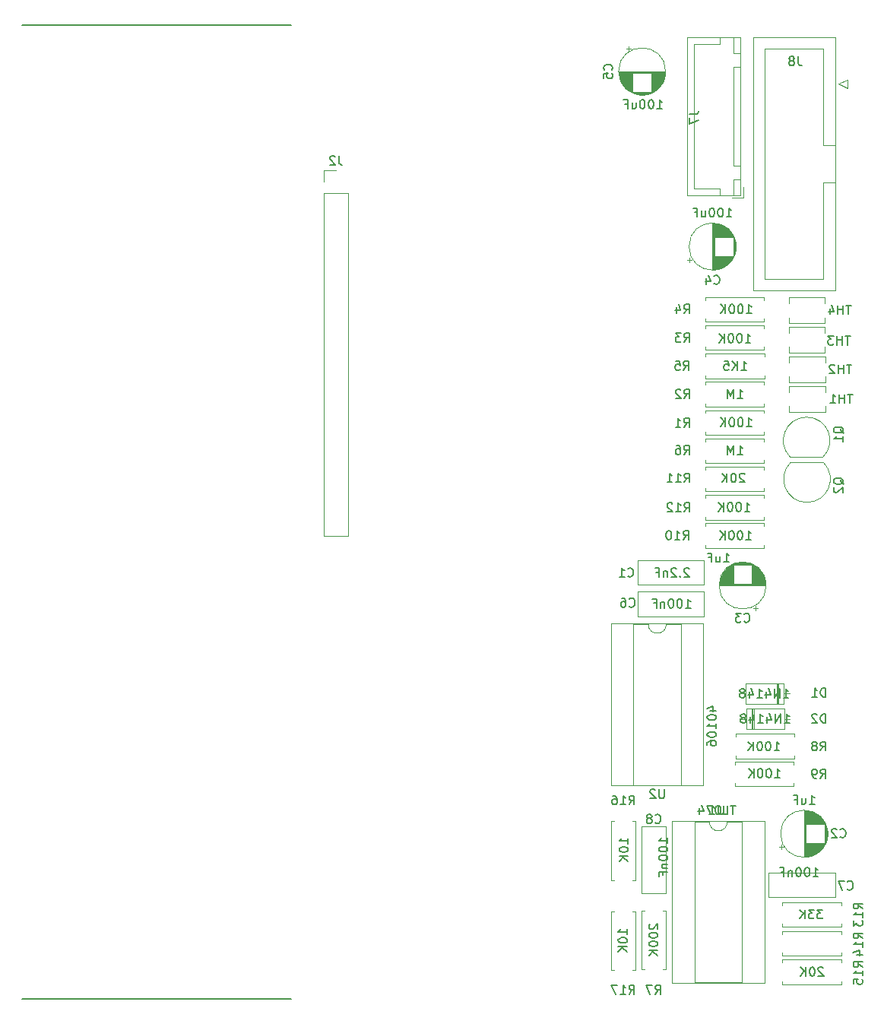
<source format=gbr>
%TF.GenerationSoftware,KiCad,Pcbnew,5.1.9+dfsg1-1~bpo10+1*%
%TF.CreationDate,2021-12-03T10:41:42+08:00*%
%TF.ProjectId,MiniOSC,4d696e69-4f53-4432-9e6b-696361645f70,rev?*%
%TF.SameCoordinates,Original*%
%TF.FileFunction,Legend,Bot*%
%TF.FilePolarity,Positive*%
%FSLAX46Y46*%
G04 Gerber Fmt 4.6, Leading zero omitted, Abs format (unit mm)*
G04 Created by KiCad (PCBNEW 5.1.9+dfsg1-1~bpo10+1) date 2021-12-03 10:41:42*
%MOMM*%
%LPD*%
G01*
G04 APERTURE LIST*
%ADD10C,0.150000*%
%ADD11C,0.120000*%
G04 APERTURE END LIST*
D10*
X40000000Y-163500000D02*
X70000000Y-163500000D01*
X70000000Y-55000000D02*
X40000000Y-55000000D01*
D11*
%TO.C,J2*%
X75000000Y-71170000D02*
X73670000Y-71170000D01*
X73670000Y-71170000D02*
X73670000Y-72500000D01*
X73670000Y-73770000D02*
X73670000Y-111930000D01*
X76330000Y-111930000D02*
X73670000Y-111930000D01*
X76330000Y-73770000D02*
X76330000Y-111930000D01*
X76330000Y-73770000D02*
X73670000Y-73770000D01*
%TO.C,C1*%
X116020000Y-114630000D02*
X108580000Y-114630000D01*
X116020000Y-117370000D02*
X108580000Y-117370000D01*
X116020000Y-114630000D02*
X116020000Y-117370000D01*
X108580000Y-114630000D02*
X108580000Y-117370000D01*
%TO.C,C2*%
X129770000Y-145100000D02*
G75*
G03*
X129770000Y-145100000I-2620000J0D01*
G01*
X127150000Y-147680000D02*
X127150000Y-142520000D01*
X127190000Y-147680000D02*
X127190000Y-142520000D01*
X127230000Y-147679000D02*
X127230000Y-142521000D01*
X127270000Y-147678000D02*
X127270000Y-142522000D01*
X127310000Y-147676000D02*
X127310000Y-142524000D01*
X127350000Y-147673000D02*
X127350000Y-142527000D01*
X127390000Y-147669000D02*
X127390000Y-146140000D01*
X127390000Y-144060000D02*
X127390000Y-142531000D01*
X127430000Y-147665000D02*
X127430000Y-146140000D01*
X127430000Y-144060000D02*
X127430000Y-142535000D01*
X127470000Y-147661000D02*
X127470000Y-146140000D01*
X127470000Y-144060000D02*
X127470000Y-142539000D01*
X127510000Y-147656000D02*
X127510000Y-146140000D01*
X127510000Y-144060000D02*
X127510000Y-142544000D01*
X127550000Y-147650000D02*
X127550000Y-146140000D01*
X127550000Y-144060000D02*
X127550000Y-142550000D01*
X127590000Y-147643000D02*
X127590000Y-146140000D01*
X127590000Y-144060000D02*
X127590000Y-142557000D01*
X127630000Y-147636000D02*
X127630000Y-146140000D01*
X127630000Y-144060000D02*
X127630000Y-142564000D01*
X127670000Y-147628000D02*
X127670000Y-146140000D01*
X127670000Y-144060000D02*
X127670000Y-142572000D01*
X127710000Y-147620000D02*
X127710000Y-146140000D01*
X127710000Y-144060000D02*
X127710000Y-142580000D01*
X127750000Y-147611000D02*
X127750000Y-146140000D01*
X127750000Y-144060000D02*
X127750000Y-142589000D01*
X127790000Y-147601000D02*
X127790000Y-146140000D01*
X127790000Y-144060000D02*
X127790000Y-142599000D01*
X127830000Y-147591000D02*
X127830000Y-146140000D01*
X127830000Y-144060000D02*
X127830000Y-142609000D01*
X127871000Y-147580000D02*
X127871000Y-146140000D01*
X127871000Y-144060000D02*
X127871000Y-142620000D01*
X127911000Y-147568000D02*
X127911000Y-146140000D01*
X127911000Y-144060000D02*
X127911000Y-142632000D01*
X127951000Y-147555000D02*
X127951000Y-146140000D01*
X127951000Y-144060000D02*
X127951000Y-142645000D01*
X127991000Y-147542000D02*
X127991000Y-146140000D01*
X127991000Y-144060000D02*
X127991000Y-142658000D01*
X128031000Y-147528000D02*
X128031000Y-146140000D01*
X128031000Y-144060000D02*
X128031000Y-142672000D01*
X128071000Y-147514000D02*
X128071000Y-146140000D01*
X128071000Y-144060000D02*
X128071000Y-142686000D01*
X128111000Y-147498000D02*
X128111000Y-146140000D01*
X128111000Y-144060000D02*
X128111000Y-142702000D01*
X128151000Y-147482000D02*
X128151000Y-146140000D01*
X128151000Y-144060000D02*
X128151000Y-142718000D01*
X128191000Y-147465000D02*
X128191000Y-146140000D01*
X128191000Y-144060000D02*
X128191000Y-142735000D01*
X128231000Y-147448000D02*
X128231000Y-146140000D01*
X128231000Y-144060000D02*
X128231000Y-142752000D01*
X128271000Y-147429000D02*
X128271000Y-146140000D01*
X128271000Y-144060000D02*
X128271000Y-142771000D01*
X128311000Y-147410000D02*
X128311000Y-146140000D01*
X128311000Y-144060000D02*
X128311000Y-142790000D01*
X128351000Y-147390000D02*
X128351000Y-146140000D01*
X128351000Y-144060000D02*
X128351000Y-142810000D01*
X128391000Y-147368000D02*
X128391000Y-146140000D01*
X128391000Y-144060000D02*
X128391000Y-142832000D01*
X128431000Y-147347000D02*
X128431000Y-146140000D01*
X128431000Y-144060000D02*
X128431000Y-142853000D01*
X128471000Y-147324000D02*
X128471000Y-146140000D01*
X128471000Y-144060000D02*
X128471000Y-142876000D01*
X128511000Y-147300000D02*
X128511000Y-146140000D01*
X128511000Y-144060000D02*
X128511000Y-142900000D01*
X128551000Y-147275000D02*
X128551000Y-146140000D01*
X128551000Y-144060000D02*
X128551000Y-142925000D01*
X128591000Y-147249000D02*
X128591000Y-146140000D01*
X128591000Y-144060000D02*
X128591000Y-142951000D01*
X128631000Y-147222000D02*
X128631000Y-146140000D01*
X128631000Y-144060000D02*
X128631000Y-142978000D01*
X128671000Y-147195000D02*
X128671000Y-146140000D01*
X128671000Y-144060000D02*
X128671000Y-143005000D01*
X128711000Y-147165000D02*
X128711000Y-146140000D01*
X128711000Y-144060000D02*
X128711000Y-143035000D01*
X128751000Y-147135000D02*
X128751000Y-146140000D01*
X128751000Y-144060000D02*
X128751000Y-143065000D01*
X128791000Y-147104000D02*
X128791000Y-146140000D01*
X128791000Y-144060000D02*
X128791000Y-143096000D01*
X128831000Y-147071000D02*
X128831000Y-146140000D01*
X128831000Y-144060000D02*
X128831000Y-143129000D01*
X128871000Y-147037000D02*
X128871000Y-146140000D01*
X128871000Y-144060000D02*
X128871000Y-143163000D01*
X128911000Y-147001000D02*
X128911000Y-146140000D01*
X128911000Y-144060000D02*
X128911000Y-143199000D01*
X128951000Y-146964000D02*
X128951000Y-146140000D01*
X128951000Y-144060000D02*
X128951000Y-143236000D01*
X128991000Y-146926000D02*
X128991000Y-146140000D01*
X128991000Y-144060000D02*
X128991000Y-143274000D01*
X129031000Y-146885000D02*
X129031000Y-146140000D01*
X129031000Y-144060000D02*
X129031000Y-143315000D01*
X129071000Y-146843000D02*
X129071000Y-146140000D01*
X129071000Y-144060000D02*
X129071000Y-143357000D01*
X129111000Y-146799000D02*
X129111000Y-146140000D01*
X129111000Y-144060000D02*
X129111000Y-143401000D01*
X129151000Y-146753000D02*
X129151000Y-146140000D01*
X129151000Y-144060000D02*
X129151000Y-143447000D01*
X129191000Y-146705000D02*
X129191000Y-146140000D01*
X129191000Y-144060000D02*
X129191000Y-143495000D01*
X129231000Y-146654000D02*
X129231000Y-146140000D01*
X129231000Y-144060000D02*
X129231000Y-143546000D01*
X129271000Y-146600000D02*
X129271000Y-146140000D01*
X129271000Y-144060000D02*
X129271000Y-143600000D01*
X129311000Y-146543000D02*
X129311000Y-146140000D01*
X129311000Y-144060000D02*
X129311000Y-143657000D01*
X129351000Y-146483000D02*
X129351000Y-146140000D01*
X129351000Y-144060000D02*
X129351000Y-143717000D01*
X129391000Y-146419000D02*
X129391000Y-146140000D01*
X129391000Y-144060000D02*
X129391000Y-143781000D01*
X129431000Y-146351000D02*
X129431000Y-146140000D01*
X129431000Y-144060000D02*
X129431000Y-143849000D01*
X129471000Y-146278000D02*
X129471000Y-143922000D01*
X129511000Y-146198000D02*
X129511000Y-144002000D01*
X129551000Y-146111000D02*
X129551000Y-144089000D01*
X129591000Y-146015000D02*
X129591000Y-144185000D01*
X129631000Y-145905000D02*
X129631000Y-144295000D01*
X129671000Y-145777000D02*
X129671000Y-144423000D01*
X129711000Y-145618000D02*
X129711000Y-144582000D01*
X129751000Y-145384000D02*
X129751000Y-144816000D01*
X124345225Y-146575000D02*
X124845225Y-146575000D01*
X124595225Y-146825000D02*
X124595225Y-146325000D01*
%TO.C,C3*%
X122025000Y-120004775D02*
X121525000Y-120004775D01*
X121775000Y-120254775D02*
X121775000Y-119754775D01*
X120584000Y-114849000D02*
X120016000Y-114849000D01*
X120818000Y-114889000D02*
X119782000Y-114889000D01*
X120977000Y-114929000D02*
X119623000Y-114929000D01*
X121105000Y-114969000D02*
X119495000Y-114969000D01*
X121215000Y-115009000D02*
X119385000Y-115009000D01*
X121311000Y-115049000D02*
X119289000Y-115049000D01*
X121398000Y-115089000D02*
X119202000Y-115089000D01*
X121478000Y-115129000D02*
X119122000Y-115129000D01*
X119260000Y-115169000D02*
X119049000Y-115169000D01*
X121551000Y-115169000D02*
X121340000Y-115169000D01*
X119260000Y-115209000D02*
X118981000Y-115209000D01*
X121619000Y-115209000D02*
X121340000Y-115209000D01*
X119260000Y-115249000D02*
X118917000Y-115249000D01*
X121683000Y-115249000D02*
X121340000Y-115249000D01*
X119260000Y-115289000D02*
X118857000Y-115289000D01*
X121743000Y-115289000D02*
X121340000Y-115289000D01*
X119260000Y-115329000D02*
X118800000Y-115329000D01*
X121800000Y-115329000D02*
X121340000Y-115329000D01*
X119260000Y-115369000D02*
X118746000Y-115369000D01*
X121854000Y-115369000D02*
X121340000Y-115369000D01*
X119260000Y-115409000D02*
X118695000Y-115409000D01*
X121905000Y-115409000D02*
X121340000Y-115409000D01*
X119260000Y-115449000D02*
X118647000Y-115449000D01*
X121953000Y-115449000D02*
X121340000Y-115449000D01*
X119260000Y-115489000D02*
X118601000Y-115489000D01*
X121999000Y-115489000D02*
X121340000Y-115489000D01*
X119260000Y-115529000D02*
X118557000Y-115529000D01*
X122043000Y-115529000D02*
X121340000Y-115529000D01*
X119260000Y-115569000D02*
X118515000Y-115569000D01*
X122085000Y-115569000D02*
X121340000Y-115569000D01*
X119260000Y-115609000D02*
X118474000Y-115609000D01*
X122126000Y-115609000D02*
X121340000Y-115609000D01*
X119260000Y-115649000D02*
X118436000Y-115649000D01*
X122164000Y-115649000D02*
X121340000Y-115649000D01*
X119260000Y-115689000D02*
X118399000Y-115689000D01*
X122201000Y-115689000D02*
X121340000Y-115689000D01*
X119260000Y-115729000D02*
X118363000Y-115729000D01*
X122237000Y-115729000D02*
X121340000Y-115729000D01*
X119260000Y-115769000D02*
X118329000Y-115769000D01*
X122271000Y-115769000D02*
X121340000Y-115769000D01*
X119260000Y-115809000D02*
X118296000Y-115809000D01*
X122304000Y-115809000D02*
X121340000Y-115809000D01*
X119260000Y-115849000D02*
X118265000Y-115849000D01*
X122335000Y-115849000D02*
X121340000Y-115849000D01*
X119260000Y-115889000D02*
X118235000Y-115889000D01*
X122365000Y-115889000D02*
X121340000Y-115889000D01*
X119260000Y-115929000D02*
X118205000Y-115929000D01*
X122395000Y-115929000D02*
X121340000Y-115929000D01*
X119260000Y-115969000D02*
X118178000Y-115969000D01*
X122422000Y-115969000D02*
X121340000Y-115969000D01*
X119260000Y-116009000D02*
X118151000Y-116009000D01*
X122449000Y-116009000D02*
X121340000Y-116009000D01*
X119260000Y-116049000D02*
X118125000Y-116049000D01*
X122475000Y-116049000D02*
X121340000Y-116049000D01*
X119260000Y-116089000D02*
X118100000Y-116089000D01*
X122500000Y-116089000D02*
X121340000Y-116089000D01*
X119260000Y-116129000D02*
X118076000Y-116129000D01*
X122524000Y-116129000D02*
X121340000Y-116129000D01*
X119260000Y-116169000D02*
X118053000Y-116169000D01*
X122547000Y-116169000D02*
X121340000Y-116169000D01*
X119260000Y-116209000D02*
X118032000Y-116209000D01*
X122568000Y-116209000D02*
X121340000Y-116209000D01*
X119260000Y-116249000D02*
X118010000Y-116249000D01*
X122590000Y-116249000D02*
X121340000Y-116249000D01*
X119260000Y-116289000D02*
X117990000Y-116289000D01*
X122610000Y-116289000D02*
X121340000Y-116289000D01*
X119260000Y-116329000D02*
X117971000Y-116329000D01*
X122629000Y-116329000D02*
X121340000Y-116329000D01*
X119260000Y-116369000D02*
X117952000Y-116369000D01*
X122648000Y-116369000D02*
X121340000Y-116369000D01*
X119260000Y-116409000D02*
X117935000Y-116409000D01*
X122665000Y-116409000D02*
X121340000Y-116409000D01*
X119260000Y-116449000D02*
X117918000Y-116449000D01*
X122682000Y-116449000D02*
X121340000Y-116449000D01*
X119260000Y-116489000D02*
X117902000Y-116489000D01*
X122698000Y-116489000D02*
X121340000Y-116489000D01*
X119260000Y-116529000D02*
X117886000Y-116529000D01*
X122714000Y-116529000D02*
X121340000Y-116529000D01*
X119260000Y-116569000D02*
X117872000Y-116569000D01*
X122728000Y-116569000D02*
X121340000Y-116569000D01*
X119260000Y-116609000D02*
X117858000Y-116609000D01*
X122742000Y-116609000D02*
X121340000Y-116609000D01*
X119260000Y-116649000D02*
X117845000Y-116649000D01*
X122755000Y-116649000D02*
X121340000Y-116649000D01*
X119260000Y-116689000D02*
X117832000Y-116689000D01*
X122768000Y-116689000D02*
X121340000Y-116689000D01*
X119260000Y-116729000D02*
X117820000Y-116729000D01*
X122780000Y-116729000D02*
X121340000Y-116729000D01*
X119260000Y-116770000D02*
X117809000Y-116770000D01*
X122791000Y-116770000D02*
X121340000Y-116770000D01*
X119260000Y-116810000D02*
X117799000Y-116810000D01*
X122801000Y-116810000D02*
X121340000Y-116810000D01*
X119260000Y-116850000D02*
X117789000Y-116850000D01*
X122811000Y-116850000D02*
X121340000Y-116850000D01*
X119260000Y-116890000D02*
X117780000Y-116890000D01*
X122820000Y-116890000D02*
X121340000Y-116890000D01*
X119260000Y-116930000D02*
X117772000Y-116930000D01*
X122828000Y-116930000D02*
X121340000Y-116930000D01*
X119260000Y-116970000D02*
X117764000Y-116970000D01*
X122836000Y-116970000D02*
X121340000Y-116970000D01*
X119260000Y-117010000D02*
X117757000Y-117010000D01*
X122843000Y-117010000D02*
X121340000Y-117010000D01*
X119260000Y-117050000D02*
X117750000Y-117050000D01*
X122850000Y-117050000D02*
X121340000Y-117050000D01*
X119260000Y-117090000D02*
X117744000Y-117090000D01*
X122856000Y-117090000D02*
X121340000Y-117090000D01*
X119260000Y-117130000D02*
X117739000Y-117130000D01*
X122861000Y-117130000D02*
X121340000Y-117130000D01*
X119260000Y-117170000D02*
X117735000Y-117170000D01*
X122865000Y-117170000D02*
X121340000Y-117170000D01*
X119260000Y-117210000D02*
X117731000Y-117210000D01*
X122869000Y-117210000D02*
X121340000Y-117210000D01*
X122873000Y-117250000D02*
X117727000Y-117250000D01*
X122876000Y-117290000D02*
X117724000Y-117290000D01*
X122878000Y-117330000D02*
X117722000Y-117330000D01*
X122879000Y-117370000D02*
X117721000Y-117370000D01*
X122880000Y-117410000D02*
X117720000Y-117410000D01*
X122880000Y-117450000D02*
X117720000Y-117450000D01*
X122920000Y-117450000D02*
G75*
G03*
X122920000Y-117450000I-2620000J0D01*
G01*
%TO.C,C6*%
X116020000Y-120870000D02*
X116020000Y-118130000D01*
X108580000Y-120870000D02*
X108580000Y-118130000D01*
X108580000Y-118130000D02*
X116020000Y-118130000D01*
X108580000Y-120870000D02*
X116020000Y-120870000D01*
%TO.C,C7*%
X130620000Y-152170000D02*
X130620000Y-149430000D01*
X123180000Y-152170000D02*
X123180000Y-149430000D01*
X123180000Y-149430000D02*
X130620000Y-149430000D01*
X123180000Y-152170000D02*
X130620000Y-152170000D01*
%TO.C,C8*%
X109030000Y-144280000D02*
X109030000Y-151720000D01*
X111770000Y-144280000D02*
X111770000Y-151720000D01*
X109030000Y-144280000D02*
X111770000Y-144280000D01*
X109030000Y-151720000D02*
X111770000Y-151720000D01*
%TO.C,D1*%
X124310000Y-128380000D02*
X124310000Y-130620000D01*
X124070000Y-128380000D02*
X124070000Y-130620000D01*
X124190000Y-128380000D02*
X124190000Y-130620000D01*
X120020000Y-129500000D02*
X120670000Y-129500000D01*
X125560000Y-129500000D02*
X124910000Y-129500000D01*
X120670000Y-128380000D02*
X124910000Y-128380000D01*
X120670000Y-130620000D02*
X120670000Y-128380000D01*
X124910000Y-130620000D02*
X120670000Y-130620000D01*
X124910000Y-128380000D02*
X124910000Y-130620000D01*
%TO.C,D2*%
X120690000Y-133420000D02*
X120690000Y-131180000D01*
X120690000Y-131180000D02*
X124930000Y-131180000D01*
X124930000Y-131180000D02*
X124930000Y-133420000D01*
X124930000Y-133420000D02*
X120690000Y-133420000D01*
X120040000Y-132300000D02*
X120690000Y-132300000D01*
X125580000Y-132300000D02*
X124930000Y-132300000D01*
X121410000Y-133420000D02*
X121410000Y-131180000D01*
X121530000Y-133420000D02*
X121530000Y-131180000D01*
X121290000Y-133420000D02*
X121290000Y-131180000D01*
%TO.C,J7*%
X120350000Y-74300000D02*
X119100000Y-74300000D01*
X120350000Y-73050000D02*
X120350000Y-74300000D01*
X114850000Y-57150000D02*
X114850000Y-65200000D01*
X117800000Y-57150000D02*
X114850000Y-57150000D01*
X117800000Y-56400000D02*
X117800000Y-57150000D01*
X114850000Y-73250000D02*
X114850000Y-65200000D01*
X117800000Y-73250000D02*
X114850000Y-73250000D01*
X117800000Y-74000000D02*
X117800000Y-73250000D01*
X120050000Y-56400000D02*
X120050000Y-58200000D01*
X119300000Y-56400000D02*
X120050000Y-56400000D01*
X119300000Y-58200000D02*
X119300000Y-56400000D01*
X120050000Y-58200000D02*
X119300000Y-58200000D01*
X120050000Y-72200000D02*
X120050000Y-74000000D01*
X119300000Y-72200000D02*
X120050000Y-72200000D01*
X119300000Y-74000000D02*
X119300000Y-72200000D01*
X120050000Y-74000000D02*
X119300000Y-74000000D01*
X120050000Y-59700000D02*
X120050000Y-70700000D01*
X119300000Y-59700000D02*
X120050000Y-59700000D01*
X119300000Y-70700000D02*
X119300000Y-59700000D01*
X120050000Y-70700000D02*
X119300000Y-70700000D01*
X120060000Y-56390000D02*
X120060000Y-74010000D01*
X114090000Y-56390000D02*
X120060000Y-56390000D01*
X114090000Y-74010000D02*
X114090000Y-56390000D01*
X120060000Y-74010000D02*
X114090000Y-74010000D01*
%TO.C,J8*%
X131980000Y-62100000D02*
X130980000Y-61600000D01*
X131980000Y-61100000D02*
X131980000Y-62100000D01*
X130980000Y-61600000D02*
X131980000Y-61100000D01*
X129280000Y-72540000D02*
X130590000Y-72540000D01*
X129280000Y-72540000D02*
X129280000Y-72540000D01*
X129280000Y-83290000D02*
X129280000Y-72540000D01*
X122780000Y-83290000D02*
X129280000Y-83290000D01*
X122780000Y-57690000D02*
X122780000Y-83290000D01*
X129280000Y-57690000D02*
X122780000Y-57690000D01*
X129280000Y-68440000D02*
X129280000Y-57690000D01*
X130590000Y-68440000D02*
X129280000Y-68440000D01*
X130590000Y-84590000D02*
X130590000Y-56390000D01*
X121470000Y-84590000D02*
X130590000Y-84590000D01*
X121470000Y-56390000D02*
X121470000Y-84590000D01*
X130590000Y-56390000D02*
X121470000Y-56390000D01*
%TO.C,Q1*%
X129230000Y-103150000D02*
X125630000Y-103150000D01*
X125591522Y-103138478D02*
G75*
G02*
X127430000Y-98700000I1838478J1838478D01*
G01*
X129268478Y-103138478D02*
G75*
G03*
X127430000Y-98700000I-1838478J1838478D01*
G01*
%TO.C,Q2*%
X125670000Y-103750000D02*
X129270000Y-103750000D01*
X125631522Y-103761522D02*
G75*
G03*
X127470000Y-108200000I1838478J-1838478D01*
G01*
X129308478Y-103761522D02*
G75*
G02*
X127470000Y-108200000I-1838478J-1838478D01*
G01*
%TO.C,R1*%
X116170000Y-100670000D02*
X116170000Y-100340000D01*
X122710000Y-100670000D02*
X116170000Y-100670000D01*
X122710000Y-100340000D02*
X122710000Y-100670000D01*
X116170000Y-97930000D02*
X116170000Y-98260000D01*
X122710000Y-97930000D02*
X116170000Y-97930000D01*
X122710000Y-98260000D02*
X122710000Y-97930000D01*
%TO.C,R2*%
X122710000Y-95110000D02*
X122710000Y-94780000D01*
X122710000Y-94780000D02*
X116170000Y-94780000D01*
X116170000Y-94780000D02*
X116170000Y-95110000D01*
X122710000Y-97190000D02*
X122710000Y-97520000D01*
X122710000Y-97520000D02*
X116170000Y-97520000D01*
X116170000Y-97520000D02*
X116170000Y-97190000D01*
%TO.C,R3*%
X122710000Y-88810000D02*
X122710000Y-88480000D01*
X122710000Y-88480000D02*
X116170000Y-88480000D01*
X116170000Y-88480000D02*
X116170000Y-88810000D01*
X122710000Y-90890000D02*
X122710000Y-91220000D01*
X122710000Y-91220000D02*
X116170000Y-91220000D01*
X116170000Y-91220000D02*
X116170000Y-90890000D01*
%TO.C,R4*%
X116170000Y-88070000D02*
X116170000Y-87740000D01*
X122710000Y-88070000D02*
X116170000Y-88070000D01*
X122710000Y-87740000D02*
X122710000Y-88070000D01*
X116170000Y-85330000D02*
X116170000Y-85660000D01*
X122710000Y-85330000D02*
X116170000Y-85330000D01*
X122710000Y-85660000D02*
X122710000Y-85330000D01*
%TO.C,R5*%
X116190000Y-94040000D02*
X116190000Y-94370000D01*
X116190000Y-94370000D02*
X122730000Y-94370000D01*
X122730000Y-94370000D02*
X122730000Y-94040000D01*
X116190000Y-91960000D02*
X116190000Y-91630000D01*
X116190000Y-91630000D02*
X122730000Y-91630000D01*
X122730000Y-91630000D02*
X122730000Y-91960000D01*
%TO.C,R6*%
X116170000Y-103820000D02*
X116170000Y-103490000D01*
X122710000Y-103820000D02*
X116170000Y-103820000D01*
X122710000Y-103490000D02*
X122710000Y-103820000D01*
X116170000Y-101080000D02*
X116170000Y-101410000D01*
X122710000Y-101080000D02*
X116170000Y-101080000D01*
X122710000Y-101410000D02*
X122710000Y-101080000D01*
%TO.C,R7*%
X111770000Y-160180000D02*
X111440000Y-160180000D01*
X111770000Y-153640000D02*
X111770000Y-160180000D01*
X111440000Y-153640000D02*
X111770000Y-153640000D01*
X109030000Y-160180000D02*
X109360000Y-160180000D01*
X109030000Y-153640000D02*
X109030000Y-160180000D01*
X109360000Y-153640000D02*
X109030000Y-153640000D01*
%TO.C,R8*%
X126060000Y-134310000D02*
X126060000Y-133980000D01*
X126060000Y-133980000D02*
X119520000Y-133980000D01*
X119520000Y-133980000D02*
X119520000Y-134310000D01*
X126060000Y-136390000D02*
X126060000Y-136720000D01*
X126060000Y-136720000D02*
X119520000Y-136720000D01*
X119520000Y-136720000D02*
X119520000Y-136390000D01*
%TO.C,R9*%
X119470000Y-139820000D02*
X119470000Y-139490000D01*
X126010000Y-139820000D02*
X119470000Y-139820000D01*
X126010000Y-139490000D02*
X126010000Y-139820000D01*
X119470000Y-137080000D02*
X119470000Y-137410000D01*
X126010000Y-137080000D02*
X119470000Y-137080000D01*
X126010000Y-137410000D02*
X126010000Y-137080000D01*
%TO.C,R10*%
X122680000Y-110530000D02*
X122680000Y-110860000D01*
X116140000Y-110530000D02*
X122680000Y-110530000D01*
X116140000Y-110860000D02*
X116140000Y-110530000D01*
X122680000Y-113270000D02*
X122680000Y-112940000D01*
X116140000Y-113270000D02*
X122680000Y-113270000D01*
X116140000Y-112940000D02*
X116140000Y-113270000D01*
%TO.C,R11*%
X122710000Y-104560000D02*
X122710000Y-104230000D01*
X122710000Y-104230000D02*
X116170000Y-104230000D01*
X116170000Y-104230000D02*
X116170000Y-104560000D01*
X122710000Y-106640000D02*
X122710000Y-106970000D01*
X122710000Y-106970000D02*
X116170000Y-106970000D01*
X116170000Y-106970000D02*
X116170000Y-106640000D01*
%TO.C,R12*%
X116170000Y-110120000D02*
X116170000Y-109790000D01*
X122710000Y-110120000D02*
X116170000Y-110120000D01*
X122710000Y-109790000D02*
X122710000Y-110120000D01*
X116170000Y-107380000D02*
X116170000Y-107710000D01*
X122710000Y-107380000D02*
X116170000Y-107380000D01*
X122710000Y-107710000D02*
X122710000Y-107380000D01*
%TO.C,R13*%
X131280000Y-152730000D02*
X131280000Y-153060000D01*
X124740000Y-152730000D02*
X131280000Y-152730000D01*
X124740000Y-153060000D02*
X124740000Y-152730000D01*
X131280000Y-155470000D02*
X131280000Y-155140000D01*
X124740000Y-155470000D02*
X131280000Y-155470000D01*
X124740000Y-155140000D02*
X124740000Y-155470000D01*
%TO.C,R14*%
X124740000Y-158340000D02*
X124740000Y-158670000D01*
X124740000Y-158670000D02*
X131280000Y-158670000D01*
X131280000Y-158670000D02*
X131280000Y-158340000D01*
X124740000Y-156260000D02*
X124740000Y-155930000D01*
X124740000Y-155930000D02*
X131280000Y-155930000D01*
X131280000Y-155930000D02*
X131280000Y-156260000D01*
%TO.C,R15*%
X124740000Y-161540000D02*
X124740000Y-161870000D01*
X124740000Y-161870000D02*
X131280000Y-161870000D01*
X131280000Y-161870000D02*
X131280000Y-161540000D01*
X124740000Y-159460000D02*
X124740000Y-159130000D01*
X124740000Y-159130000D02*
X131280000Y-159130000D01*
X131280000Y-159130000D02*
X131280000Y-159460000D01*
%TO.C,R16*%
X108040000Y-150260000D02*
X108370000Y-150260000D01*
X108370000Y-150260000D02*
X108370000Y-143720000D01*
X108370000Y-143720000D02*
X108040000Y-143720000D01*
X105960000Y-150260000D02*
X105630000Y-150260000D01*
X105630000Y-150260000D02*
X105630000Y-143720000D01*
X105630000Y-143720000D02*
X105960000Y-143720000D01*
%TO.C,R17*%
X105630000Y-153720000D02*
X105960000Y-153720000D01*
X105630000Y-160260000D02*
X105630000Y-153720000D01*
X105960000Y-160260000D02*
X105630000Y-160260000D01*
X108370000Y-153720000D02*
X108040000Y-153720000D01*
X108370000Y-160260000D02*
X108370000Y-153720000D01*
X108040000Y-160260000D02*
X108370000Y-160260000D01*
%TO.C,TH1*%
X129520000Y-95280000D02*
X125480000Y-95280000D01*
X129520000Y-98120000D02*
X125480000Y-98120000D01*
X129520000Y-95280000D02*
X129520000Y-95905000D01*
X129520000Y-97495000D02*
X129520000Y-98120000D01*
X125480000Y-95280000D02*
X125480000Y-95905000D01*
X125480000Y-97495000D02*
X125480000Y-98120000D01*
%TO.C,TH2*%
X125480000Y-94195000D02*
X125480000Y-94820000D01*
X125480000Y-91980000D02*
X125480000Y-92605000D01*
X129520000Y-94195000D02*
X129520000Y-94820000D01*
X129520000Y-91980000D02*
X129520000Y-92605000D01*
X129520000Y-94820000D02*
X125480000Y-94820000D01*
X129520000Y-91980000D02*
X125480000Y-91980000D01*
%TO.C,TH3*%
X125430000Y-91520000D02*
X129470000Y-91520000D01*
X125430000Y-88680000D02*
X129470000Y-88680000D01*
X125430000Y-91520000D02*
X125430000Y-90895000D01*
X125430000Y-89305000D02*
X125430000Y-88680000D01*
X129470000Y-91520000D02*
X129470000Y-90895000D01*
X129470000Y-89305000D02*
X129470000Y-88680000D01*
%TO.C,TH4*%
X125430000Y-87595000D02*
X125430000Y-88220000D01*
X125430000Y-85380000D02*
X125430000Y-86005000D01*
X129470000Y-87595000D02*
X129470000Y-88220000D01*
X129470000Y-85380000D02*
X129470000Y-86005000D01*
X129470000Y-88220000D02*
X125430000Y-88220000D01*
X129470000Y-85380000D02*
X125430000Y-85380000D01*
%TO.C,U1*%
X118590000Y-143770000D02*
X120240000Y-143770000D01*
X120240000Y-143770000D02*
X120240000Y-161670000D01*
X120240000Y-161670000D02*
X114940000Y-161670000D01*
X114940000Y-161670000D02*
X114940000Y-143770000D01*
X114940000Y-143770000D02*
X116590000Y-143770000D01*
X122730000Y-143710000D02*
X122730000Y-161730000D01*
X122730000Y-161730000D02*
X112450000Y-161730000D01*
X112450000Y-161730000D02*
X112450000Y-143710000D01*
X112450000Y-143710000D02*
X122730000Y-143710000D01*
X116590000Y-143770000D02*
G75*
G03*
X118590000Y-143770000I1000000J0D01*
G01*
%TO.C,U2*%
X105650000Y-121710000D02*
X115930000Y-121710000D01*
X105650000Y-139730000D02*
X105650000Y-121710000D01*
X115930000Y-139730000D02*
X105650000Y-139730000D01*
X115930000Y-121710000D02*
X115930000Y-139730000D01*
X108140000Y-121770000D02*
X109790000Y-121770000D01*
X108140000Y-139670000D02*
X108140000Y-121770000D01*
X113440000Y-139670000D02*
X108140000Y-139670000D01*
X113440000Y-121770000D02*
X113440000Y-139670000D01*
X111790000Y-121770000D02*
X113440000Y-121770000D01*
X109790000Y-121770000D02*
G75*
G03*
X111790000Y-121770000I1000000J0D01*
G01*
%TO.C,C4*%
X114395225Y-81425000D02*
X114395225Y-80925000D01*
X114145225Y-81175000D02*
X114645225Y-81175000D01*
X119551000Y-79984000D02*
X119551000Y-79416000D01*
X119511000Y-80218000D02*
X119511000Y-79182000D01*
X119471000Y-80377000D02*
X119471000Y-79023000D01*
X119431000Y-80505000D02*
X119431000Y-78895000D01*
X119391000Y-80615000D02*
X119391000Y-78785000D01*
X119351000Y-80711000D02*
X119351000Y-78689000D01*
X119311000Y-80798000D02*
X119311000Y-78602000D01*
X119271000Y-80878000D02*
X119271000Y-78522000D01*
X119231000Y-78660000D02*
X119231000Y-78449000D01*
X119231000Y-80951000D02*
X119231000Y-80740000D01*
X119191000Y-78660000D02*
X119191000Y-78381000D01*
X119191000Y-81019000D02*
X119191000Y-80740000D01*
X119151000Y-78660000D02*
X119151000Y-78317000D01*
X119151000Y-81083000D02*
X119151000Y-80740000D01*
X119111000Y-78660000D02*
X119111000Y-78257000D01*
X119111000Y-81143000D02*
X119111000Y-80740000D01*
X119071000Y-78660000D02*
X119071000Y-78200000D01*
X119071000Y-81200000D02*
X119071000Y-80740000D01*
X119031000Y-78660000D02*
X119031000Y-78146000D01*
X119031000Y-81254000D02*
X119031000Y-80740000D01*
X118991000Y-78660000D02*
X118991000Y-78095000D01*
X118991000Y-81305000D02*
X118991000Y-80740000D01*
X118951000Y-78660000D02*
X118951000Y-78047000D01*
X118951000Y-81353000D02*
X118951000Y-80740000D01*
X118911000Y-78660000D02*
X118911000Y-78001000D01*
X118911000Y-81399000D02*
X118911000Y-80740000D01*
X118871000Y-78660000D02*
X118871000Y-77957000D01*
X118871000Y-81443000D02*
X118871000Y-80740000D01*
X118831000Y-78660000D02*
X118831000Y-77915000D01*
X118831000Y-81485000D02*
X118831000Y-80740000D01*
X118791000Y-78660000D02*
X118791000Y-77874000D01*
X118791000Y-81526000D02*
X118791000Y-80740000D01*
X118751000Y-78660000D02*
X118751000Y-77836000D01*
X118751000Y-81564000D02*
X118751000Y-80740000D01*
X118711000Y-78660000D02*
X118711000Y-77799000D01*
X118711000Y-81601000D02*
X118711000Y-80740000D01*
X118671000Y-78660000D02*
X118671000Y-77763000D01*
X118671000Y-81637000D02*
X118671000Y-80740000D01*
X118631000Y-78660000D02*
X118631000Y-77729000D01*
X118631000Y-81671000D02*
X118631000Y-80740000D01*
X118591000Y-78660000D02*
X118591000Y-77696000D01*
X118591000Y-81704000D02*
X118591000Y-80740000D01*
X118551000Y-78660000D02*
X118551000Y-77665000D01*
X118551000Y-81735000D02*
X118551000Y-80740000D01*
X118511000Y-78660000D02*
X118511000Y-77635000D01*
X118511000Y-81765000D02*
X118511000Y-80740000D01*
X118471000Y-78660000D02*
X118471000Y-77605000D01*
X118471000Y-81795000D02*
X118471000Y-80740000D01*
X118431000Y-78660000D02*
X118431000Y-77578000D01*
X118431000Y-81822000D02*
X118431000Y-80740000D01*
X118391000Y-78660000D02*
X118391000Y-77551000D01*
X118391000Y-81849000D02*
X118391000Y-80740000D01*
X118351000Y-78660000D02*
X118351000Y-77525000D01*
X118351000Y-81875000D02*
X118351000Y-80740000D01*
X118311000Y-78660000D02*
X118311000Y-77500000D01*
X118311000Y-81900000D02*
X118311000Y-80740000D01*
X118271000Y-78660000D02*
X118271000Y-77476000D01*
X118271000Y-81924000D02*
X118271000Y-80740000D01*
X118231000Y-78660000D02*
X118231000Y-77453000D01*
X118231000Y-81947000D02*
X118231000Y-80740000D01*
X118191000Y-78660000D02*
X118191000Y-77432000D01*
X118191000Y-81968000D02*
X118191000Y-80740000D01*
X118151000Y-78660000D02*
X118151000Y-77410000D01*
X118151000Y-81990000D02*
X118151000Y-80740000D01*
X118111000Y-78660000D02*
X118111000Y-77390000D01*
X118111000Y-82010000D02*
X118111000Y-80740000D01*
X118071000Y-78660000D02*
X118071000Y-77371000D01*
X118071000Y-82029000D02*
X118071000Y-80740000D01*
X118031000Y-78660000D02*
X118031000Y-77352000D01*
X118031000Y-82048000D02*
X118031000Y-80740000D01*
X117991000Y-78660000D02*
X117991000Y-77335000D01*
X117991000Y-82065000D02*
X117991000Y-80740000D01*
X117951000Y-78660000D02*
X117951000Y-77318000D01*
X117951000Y-82082000D02*
X117951000Y-80740000D01*
X117911000Y-78660000D02*
X117911000Y-77302000D01*
X117911000Y-82098000D02*
X117911000Y-80740000D01*
X117871000Y-78660000D02*
X117871000Y-77286000D01*
X117871000Y-82114000D02*
X117871000Y-80740000D01*
X117831000Y-78660000D02*
X117831000Y-77272000D01*
X117831000Y-82128000D02*
X117831000Y-80740000D01*
X117791000Y-78660000D02*
X117791000Y-77258000D01*
X117791000Y-82142000D02*
X117791000Y-80740000D01*
X117751000Y-78660000D02*
X117751000Y-77245000D01*
X117751000Y-82155000D02*
X117751000Y-80740000D01*
X117711000Y-78660000D02*
X117711000Y-77232000D01*
X117711000Y-82168000D02*
X117711000Y-80740000D01*
X117671000Y-78660000D02*
X117671000Y-77220000D01*
X117671000Y-82180000D02*
X117671000Y-80740000D01*
X117630000Y-78660000D02*
X117630000Y-77209000D01*
X117630000Y-82191000D02*
X117630000Y-80740000D01*
X117590000Y-78660000D02*
X117590000Y-77199000D01*
X117590000Y-82201000D02*
X117590000Y-80740000D01*
X117550000Y-78660000D02*
X117550000Y-77189000D01*
X117550000Y-82211000D02*
X117550000Y-80740000D01*
X117510000Y-78660000D02*
X117510000Y-77180000D01*
X117510000Y-82220000D02*
X117510000Y-80740000D01*
X117470000Y-78660000D02*
X117470000Y-77172000D01*
X117470000Y-82228000D02*
X117470000Y-80740000D01*
X117430000Y-78660000D02*
X117430000Y-77164000D01*
X117430000Y-82236000D02*
X117430000Y-80740000D01*
X117390000Y-78660000D02*
X117390000Y-77157000D01*
X117390000Y-82243000D02*
X117390000Y-80740000D01*
X117350000Y-78660000D02*
X117350000Y-77150000D01*
X117350000Y-82250000D02*
X117350000Y-80740000D01*
X117310000Y-78660000D02*
X117310000Y-77144000D01*
X117310000Y-82256000D02*
X117310000Y-80740000D01*
X117270000Y-78660000D02*
X117270000Y-77139000D01*
X117270000Y-82261000D02*
X117270000Y-80740000D01*
X117230000Y-78660000D02*
X117230000Y-77135000D01*
X117230000Y-82265000D02*
X117230000Y-80740000D01*
X117190000Y-78660000D02*
X117190000Y-77131000D01*
X117190000Y-82269000D02*
X117190000Y-80740000D01*
X117150000Y-82273000D02*
X117150000Y-77127000D01*
X117110000Y-82276000D02*
X117110000Y-77124000D01*
X117070000Y-82278000D02*
X117070000Y-77122000D01*
X117030000Y-82279000D02*
X117030000Y-77121000D01*
X116990000Y-82280000D02*
X116990000Y-77120000D01*
X116950000Y-82280000D02*
X116950000Y-77120000D01*
X119570000Y-79700000D02*
G75*
G03*
X119570000Y-79700000I-2620000J0D01*
G01*
%TO.C,C5*%
X111720000Y-60200000D02*
G75*
G03*
X111720000Y-60200000I-2620000J0D01*
G01*
X106520000Y-60200000D02*
X111680000Y-60200000D01*
X106520000Y-60240000D02*
X111680000Y-60240000D01*
X106521000Y-60280000D02*
X111679000Y-60280000D01*
X106522000Y-60320000D02*
X111678000Y-60320000D01*
X106524000Y-60360000D02*
X111676000Y-60360000D01*
X106527000Y-60400000D02*
X111673000Y-60400000D01*
X106531000Y-60440000D02*
X108060000Y-60440000D01*
X110140000Y-60440000D02*
X111669000Y-60440000D01*
X106535000Y-60480000D02*
X108060000Y-60480000D01*
X110140000Y-60480000D02*
X111665000Y-60480000D01*
X106539000Y-60520000D02*
X108060000Y-60520000D01*
X110140000Y-60520000D02*
X111661000Y-60520000D01*
X106544000Y-60560000D02*
X108060000Y-60560000D01*
X110140000Y-60560000D02*
X111656000Y-60560000D01*
X106550000Y-60600000D02*
X108060000Y-60600000D01*
X110140000Y-60600000D02*
X111650000Y-60600000D01*
X106557000Y-60640000D02*
X108060000Y-60640000D01*
X110140000Y-60640000D02*
X111643000Y-60640000D01*
X106564000Y-60680000D02*
X108060000Y-60680000D01*
X110140000Y-60680000D02*
X111636000Y-60680000D01*
X106572000Y-60720000D02*
X108060000Y-60720000D01*
X110140000Y-60720000D02*
X111628000Y-60720000D01*
X106580000Y-60760000D02*
X108060000Y-60760000D01*
X110140000Y-60760000D02*
X111620000Y-60760000D01*
X106589000Y-60800000D02*
X108060000Y-60800000D01*
X110140000Y-60800000D02*
X111611000Y-60800000D01*
X106599000Y-60840000D02*
X108060000Y-60840000D01*
X110140000Y-60840000D02*
X111601000Y-60840000D01*
X106609000Y-60880000D02*
X108060000Y-60880000D01*
X110140000Y-60880000D02*
X111591000Y-60880000D01*
X106620000Y-60921000D02*
X108060000Y-60921000D01*
X110140000Y-60921000D02*
X111580000Y-60921000D01*
X106632000Y-60961000D02*
X108060000Y-60961000D01*
X110140000Y-60961000D02*
X111568000Y-60961000D01*
X106645000Y-61001000D02*
X108060000Y-61001000D01*
X110140000Y-61001000D02*
X111555000Y-61001000D01*
X106658000Y-61041000D02*
X108060000Y-61041000D01*
X110140000Y-61041000D02*
X111542000Y-61041000D01*
X106672000Y-61081000D02*
X108060000Y-61081000D01*
X110140000Y-61081000D02*
X111528000Y-61081000D01*
X106686000Y-61121000D02*
X108060000Y-61121000D01*
X110140000Y-61121000D02*
X111514000Y-61121000D01*
X106702000Y-61161000D02*
X108060000Y-61161000D01*
X110140000Y-61161000D02*
X111498000Y-61161000D01*
X106718000Y-61201000D02*
X108060000Y-61201000D01*
X110140000Y-61201000D02*
X111482000Y-61201000D01*
X106735000Y-61241000D02*
X108060000Y-61241000D01*
X110140000Y-61241000D02*
X111465000Y-61241000D01*
X106752000Y-61281000D02*
X108060000Y-61281000D01*
X110140000Y-61281000D02*
X111448000Y-61281000D01*
X106771000Y-61321000D02*
X108060000Y-61321000D01*
X110140000Y-61321000D02*
X111429000Y-61321000D01*
X106790000Y-61361000D02*
X108060000Y-61361000D01*
X110140000Y-61361000D02*
X111410000Y-61361000D01*
X106810000Y-61401000D02*
X108060000Y-61401000D01*
X110140000Y-61401000D02*
X111390000Y-61401000D01*
X106832000Y-61441000D02*
X108060000Y-61441000D01*
X110140000Y-61441000D02*
X111368000Y-61441000D01*
X106853000Y-61481000D02*
X108060000Y-61481000D01*
X110140000Y-61481000D02*
X111347000Y-61481000D01*
X106876000Y-61521000D02*
X108060000Y-61521000D01*
X110140000Y-61521000D02*
X111324000Y-61521000D01*
X106900000Y-61561000D02*
X108060000Y-61561000D01*
X110140000Y-61561000D02*
X111300000Y-61561000D01*
X106925000Y-61601000D02*
X108060000Y-61601000D01*
X110140000Y-61601000D02*
X111275000Y-61601000D01*
X106951000Y-61641000D02*
X108060000Y-61641000D01*
X110140000Y-61641000D02*
X111249000Y-61641000D01*
X106978000Y-61681000D02*
X108060000Y-61681000D01*
X110140000Y-61681000D02*
X111222000Y-61681000D01*
X107005000Y-61721000D02*
X108060000Y-61721000D01*
X110140000Y-61721000D02*
X111195000Y-61721000D01*
X107035000Y-61761000D02*
X108060000Y-61761000D01*
X110140000Y-61761000D02*
X111165000Y-61761000D01*
X107065000Y-61801000D02*
X108060000Y-61801000D01*
X110140000Y-61801000D02*
X111135000Y-61801000D01*
X107096000Y-61841000D02*
X108060000Y-61841000D01*
X110140000Y-61841000D02*
X111104000Y-61841000D01*
X107129000Y-61881000D02*
X108060000Y-61881000D01*
X110140000Y-61881000D02*
X111071000Y-61881000D01*
X107163000Y-61921000D02*
X108060000Y-61921000D01*
X110140000Y-61921000D02*
X111037000Y-61921000D01*
X107199000Y-61961000D02*
X108060000Y-61961000D01*
X110140000Y-61961000D02*
X111001000Y-61961000D01*
X107236000Y-62001000D02*
X108060000Y-62001000D01*
X110140000Y-62001000D02*
X110964000Y-62001000D01*
X107274000Y-62041000D02*
X108060000Y-62041000D01*
X110140000Y-62041000D02*
X110926000Y-62041000D01*
X107315000Y-62081000D02*
X108060000Y-62081000D01*
X110140000Y-62081000D02*
X110885000Y-62081000D01*
X107357000Y-62121000D02*
X108060000Y-62121000D01*
X110140000Y-62121000D02*
X110843000Y-62121000D01*
X107401000Y-62161000D02*
X108060000Y-62161000D01*
X110140000Y-62161000D02*
X110799000Y-62161000D01*
X107447000Y-62201000D02*
X108060000Y-62201000D01*
X110140000Y-62201000D02*
X110753000Y-62201000D01*
X107495000Y-62241000D02*
X108060000Y-62241000D01*
X110140000Y-62241000D02*
X110705000Y-62241000D01*
X107546000Y-62281000D02*
X108060000Y-62281000D01*
X110140000Y-62281000D02*
X110654000Y-62281000D01*
X107600000Y-62321000D02*
X108060000Y-62321000D01*
X110140000Y-62321000D02*
X110600000Y-62321000D01*
X107657000Y-62361000D02*
X108060000Y-62361000D01*
X110140000Y-62361000D02*
X110543000Y-62361000D01*
X107717000Y-62401000D02*
X108060000Y-62401000D01*
X110140000Y-62401000D02*
X110483000Y-62401000D01*
X107781000Y-62441000D02*
X108060000Y-62441000D01*
X110140000Y-62441000D02*
X110419000Y-62441000D01*
X107849000Y-62481000D02*
X108060000Y-62481000D01*
X110140000Y-62481000D02*
X110351000Y-62481000D01*
X107922000Y-62521000D02*
X110278000Y-62521000D01*
X108002000Y-62561000D02*
X110198000Y-62561000D01*
X108089000Y-62601000D02*
X110111000Y-62601000D01*
X108185000Y-62641000D02*
X110015000Y-62641000D01*
X108295000Y-62681000D02*
X109905000Y-62681000D01*
X108423000Y-62721000D02*
X109777000Y-62721000D01*
X108582000Y-62761000D02*
X109618000Y-62761000D01*
X108816000Y-62801000D02*
X109384000Y-62801000D01*
X107625000Y-57395225D02*
X107625000Y-57895225D01*
X107375000Y-57645225D02*
X107875000Y-57645225D01*
%TO.C,J2*%
D10*
X75333333Y-69622380D02*
X75333333Y-70336666D01*
X75380952Y-70479523D01*
X75476190Y-70574761D01*
X75619047Y-70622380D01*
X75714285Y-70622380D01*
X74904761Y-69717619D02*
X74857142Y-69670000D01*
X74761904Y-69622380D01*
X74523809Y-69622380D01*
X74428571Y-69670000D01*
X74380952Y-69717619D01*
X74333333Y-69812857D01*
X74333333Y-69908095D01*
X74380952Y-70050952D01*
X74952380Y-70622380D01*
X74333333Y-70622380D01*
%TO.C,C1*%
X107516666Y-116407142D02*
X107564285Y-116454761D01*
X107707142Y-116502380D01*
X107802380Y-116502380D01*
X107945238Y-116454761D01*
X108040476Y-116359523D01*
X108088095Y-116264285D01*
X108135714Y-116073809D01*
X108135714Y-115930952D01*
X108088095Y-115740476D01*
X108040476Y-115645238D01*
X107945238Y-115550000D01*
X107802380Y-115502380D01*
X107707142Y-115502380D01*
X107564285Y-115550000D01*
X107516666Y-115597619D01*
X106564285Y-116502380D02*
X107135714Y-116502380D01*
X106850000Y-116502380D02*
X106850000Y-115502380D01*
X106945238Y-115645238D01*
X107040476Y-115740476D01*
X107135714Y-115788095D01*
X114330952Y-115597619D02*
X114283333Y-115550000D01*
X114188095Y-115502380D01*
X113950000Y-115502380D01*
X113854761Y-115550000D01*
X113807142Y-115597619D01*
X113759523Y-115692857D01*
X113759523Y-115788095D01*
X113807142Y-115930952D01*
X114378571Y-116502380D01*
X113759523Y-116502380D01*
X113330952Y-116407142D02*
X113283333Y-116454761D01*
X113330952Y-116502380D01*
X113378571Y-116454761D01*
X113330952Y-116407142D01*
X113330952Y-116502380D01*
X112902380Y-115597619D02*
X112854761Y-115550000D01*
X112759523Y-115502380D01*
X112521428Y-115502380D01*
X112426190Y-115550000D01*
X112378571Y-115597619D01*
X112330952Y-115692857D01*
X112330952Y-115788095D01*
X112378571Y-115930952D01*
X112950000Y-116502380D01*
X112330952Y-116502380D01*
X111902380Y-115835714D02*
X111902380Y-116502380D01*
X111902380Y-115930952D02*
X111854761Y-115883333D01*
X111759523Y-115835714D01*
X111616666Y-115835714D01*
X111521428Y-115883333D01*
X111473809Y-115978571D01*
X111473809Y-116502380D01*
X110664285Y-115978571D02*
X110997619Y-115978571D01*
X110997619Y-116502380D02*
X110997619Y-115502380D01*
X110521428Y-115502380D01*
%TO.C,C2*%
X131166666Y-145457142D02*
X131214285Y-145504761D01*
X131357142Y-145552380D01*
X131452380Y-145552380D01*
X131595238Y-145504761D01*
X131690476Y-145409523D01*
X131738095Y-145314285D01*
X131785714Y-145123809D01*
X131785714Y-144980952D01*
X131738095Y-144790476D01*
X131690476Y-144695238D01*
X131595238Y-144600000D01*
X131452380Y-144552380D01*
X131357142Y-144552380D01*
X131214285Y-144600000D01*
X131166666Y-144647619D01*
X130785714Y-144647619D02*
X130738095Y-144600000D01*
X130642857Y-144552380D01*
X130404761Y-144552380D01*
X130309523Y-144600000D01*
X130261904Y-144647619D01*
X130214285Y-144742857D01*
X130214285Y-144838095D01*
X130261904Y-144980952D01*
X130833333Y-145552380D01*
X130214285Y-145552380D01*
X127745238Y-141802380D02*
X128316666Y-141802380D01*
X128030952Y-141802380D02*
X128030952Y-140802380D01*
X128126190Y-140945238D01*
X128221428Y-141040476D01*
X128316666Y-141088095D01*
X126888095Y-141135714D02*
X126888095Y-141802380D01*
X127316666Y-141135714D02*
X127316666Y-141659523D01*
X127269047Y-141754761D01*
X127173809Y-141802380D01*
X127030952Y-141802380D01*
X126935714Y-141754761D01*
X126888095Y-141707142D01*
X126078571Y-141278571D02*
X126411904Y-141278571D01*
X126411904Y-141802380D02*
X126411904Y-140802380D01*
X125935714Y-140802380D01*
%TO.C,C3*%
X120466666Y-121457142D02*
X120514285Y-121504761D01*
X120657142Y-121552380D01*
X120752380Y-121552380D01*
X120895238Y-121504761D01*
X120990476Y-121409523D01*
X121038095Y-121314285D01*
X121085714Y-121123809D01*
X121085714Y-120980952D01*
X121038095Y-120790476D01*
X120990476Y-120695238D01*
X120895238Y-120600000D01*
X120752380Y-120552380D01*
X120657142Y-120552380D01*
X120514285Y-120600000D01*
X120466666Y-120647619D01*
X120133333Y-120552380D02*
X119514285Y-120552380D01*
X119847619Y-120933333D01*
X119704761Y-120933333D01*
X119609523Y-120980952D01*
X119561904Y-121028571D01*
X119514285Y-121123809D01*
X119514285Y-121361904D01*
X119561904Y-121457142D01*
X119609523Y-121504761D01*
X119704761Y-121552380D01*
X119990476Y-121552380D01*
X120085714Y-121504761D01*
X120133333Y-121457142D01*
X118195238Y-114852380D02*
X118766666Y-114852380D01*
X118480952Y-114852380D02*
X118480952Y-113852380D01*
X118576190Y-113995238D01*
X118671428Y-114090476D01*
X118766666Y-114138095D01*
X117338095Y-114185714D02*
X117338095Y-114852380D01*
X117766666Y-114185714D02*
X117766666Y-114709523D01*
X117719047Y-114804761D01*
X117623809Y-114852380D01*
X117480952Y-114852380D01*
X117385714Y-114804761D01*
X117338095Y-114757142D01*
X116528571Y-114328571D02*
X116861904Y-114328571D01*
X116861904Y-114852380D02*
X116861904Y-113852380D01*
X116385714Y-113852380D01*
%TO.C,C6*%
X107666666Y-119757142D02*
X107714285Y-119804761D01*
X107857142Y-119852380D01*
X107952380Y-119852380D01*
X108095238Y-119804761D01*
X108190476Y-119709523D01*
X108238095Y-119614285D01*
X108285714Y-119423809D01*
X108285714Y-119280952D01*
X108238095Y-119090476D01*
X108190476Y-118995238D01*
X108095238Y-118900000D01*
X107952380Y-118852380D01*
X107857142Y-118852380D01*
X107714285Y-118900000D01*
X107666666Y-118947619D01*
X106809523Y-118852380D02*
X107000000Y-118852380D01*
X107095238Y-118900000D01*
X107142857Y-118947619D01*
X107238095Y-119090476D01*
X107285714Y-119280952D01*
X107285714Y-119661904D01*
X107238095Y-119757142D01*
X107190476Y-119804761D01*
X107095238Y-119852380D01*
X106904761Y-119852380D01*
X106809523Y-119804761D01*
X106761904Y-119757142D01*
X106714285Y-119661904D01*
X106714285Y-119423809D01*
X106761904Y-119328571D01*
X106809523Y-119280952D01*
X106904761Y-119233333D01*
X107095238Y-119233333D01*
X107190476Y-119280952D01*
X107238095Y-119328571D01*
X107285714Y-119423809D01*
X113947619Y-119952380D02*
X114519047Y-119952380D01*
X114233333Y-119952380D02*
X114233333Y-118952380D01*
X114328571Y-119095238D01*
X114423809Y-119190476D01*
X114519047Y-119238095D01*
X113328571Y-118952380D02*
X113233333Y-118952380D01*
X113138095Y-119000000D01*
X113090476Y-119047619D01*
X113042857Y-119142857D01*
X112995238Y-119333333D01*
X112995238Y-119571428D01*
X113042857Y-119761904D01*
X113090476Y-119857142D01*
X113138095Y-119904761D01*
X113233333Y-119952380D01*
X113328571Y-119952380D01*
X113423809Y-119904761D01*
X113471428Y-119857142D01*
X113519047Y-119761904D01*
X113566666Y-119571428D01*
X113566666Y-119333333D01*
X113519047Y-119142857D01*
X113471428Y-119047619D01*
X113423809Y-119000000D01*
X113328571Y-118952380D01*
X112376190Y-118952380D02*
X112280952Y-118952380D01*
X112185714Y-119000000D01*
X112138095Y-119047619D01*
X112090476Y-119142857D01*
X112042857Y-119333333D01*
X112042857Y-119571428D01*
X112090476Y-119761904D01*
X112138095Y-119857142D01*
X112185714Y-119904761D01*
X112280952Y-119952380D01*
X112376190Y-119952380D01*
X112471428Y-119904761D01*
X112519047Y-119857142D01*
X112566666Y-119761904D01*
X112614285Y-119571428D01*
X112614285Y-119333333D01*
X112566666Y-119142857D01*
X112519047Y-119047619D01*
X112471428Y-119000000D01*
X112376190Y-118952380D01*
X111614285Y-119285714D02*
X111614285Y-119952380D01*
X111614285Y-119380952D02*
X111566666Y-119333333D01*
X111471428Y-119285714D01*
X111328571Y-119285714D01*
X111233333Y-119333333D01*
X111185714Y-119428571D01*
X111185714Y-119952380D01*
X110376190Y-119428571D02*
X110709523Y-119428571D01*
X110709523Y-119952380D02*
X110709523Y-118952380D01*
X110233333Y-118952380D01*
%TO.C,C7*%
X131966666Y-151257142D02*
X132014285Y-151304761D01*
X132157142Y-151352380D01*
X132252380Y-151352380D01*
X132395238Y-151304761D01*
X132490476Y-151209523D01*
X132538095Y-151114285D01*
X132585714Y-150923809D01*
X132585714Y-150780952D01*
X132538095Y-150590476D01*
X132490476Y-150495238D01*
X132395238Y-150400000D01*
X132252380Y-150352380D01*
X132157142Y-150352380D01*
X132014285Y-150400000D01*
X131966666Y-150447619D01*
X131633333Y-150352380D02*
X130966666Y-150352380D01*
X131395238Y-151352380D01*
X128147619Y-149852380D02*
X128719047Y-149852380D01*
X128433333Y-149852380D02*
X128433333Y-148852380D01*
X128528571Y-148995238D01*
X128623809Y-149090476D01*
X128719047Y-149138095D01*
X127528571Y-148852380D02*
X127433333Y-148852380D01*
X127338095Y-148900000D01*
X127290476Y-148947619D01*
X127242857Y-149042857D01*
X127195238Y-149233333D01*
X127195238Y-149471428D01*
X127242857Y-149661904D01*
X127290476Y-149757142D01*
X127338095Y-149804761D01*
X127433333Y-149852380D01*
X127528571Y-149852380D01*
X127623809Y-149804761D01*
X127671428Y-149757142D01*
X127719047Y-149661904D01*
X127766666Y-149471428D01*
X127766666Y-149233333D01*
X127719047Y-149042857D01*
X127671428Y-148947619D01*
X127623809Y-148900000D01*
X127528571Y-148852380D01*
X126576190Y-148852380D02*
X126480952Y-148852380D01*
X126385714Y-148900000D01*
X126338095Y-148947619D01*
X126290476Y-149042857D01*
X126242857Y-149233333D01*
X126242857Y-149471428D01*
X126290476Y-149661904D01*
X126338095Y-149757142D01*
X126385714Y-149804761D01*
X126480952Y-149852380D01*
X126576190Y-149852380D01*
X126671428Y-149804761D01*
X126719047Y-149757142D01*
X126766666Y-149661904D01*
X126814285Y-149471428D01*
X126814285Y-149233333D01*
X126766666Y-149042857D01*
X126719047Y-148947619D01*
X126671428Y-148900000D01*
X126576190Y-148852380D01*
X125814285Y-149185714D02*
X125814285Y-149852380D01*
X125814285Y-149280952D02*
X125766666Y-149233333D01*
X125671428Y-149185714D01*
X125528571Y-149185714D01*
X125433333Y-149233333D01*
X125385714Y-149328571D01*
X125385714Y-149852380D01*
X124576190Y-149328571D02*
X124909523Y-149328571D01*
X124909523Y-149852380D02*
X124909523Y-148852380D01*
X124433333Y-148852380D01*
%TO.C,C8*%
X110566666Y-143857142D02*
X110614285Y-143904761D01*
X110757142Y-143952380D01*
X110852380Y-143952380D01*
X110995238Y-143904761D01*
X111090476Y-143809523D01*
X111138095Y-143714285D01*
X111185714Y-143523809D01*
X111185714Y-143380952D01*
X111138095Y-143190476D01*
X111090476Y-143095238D01*
X110995238Y-143000000D01*
X110852380Y-142952380D01*
X110757142Y-142952380D01*
X110614285Y-143000000D01*
X110566666Y-143047619D01*
X109995238Y-143380952D02*
X110090476Y-143333333D01*
X110138095Y-143285714D01*
X110185714Y-143190476D01*
X110185714Y-143142857D01*
X110138095Y-143047619D01*
X110090476Y-143000000D01*
X109995238Y-142952380D01*
X109804761Y-142952380D01*
X109709523Y-143000000D01*
X109661904Y-143047619D01*
X109614285Y-143142857D01*
X109614285Y-143190476D01*
X109661904Y-143285714D01*
X109709523Y-143333333D01*
X109804761Y-143380952D01*
X109995238Y-143380952D01*
X110090476Y-143428571D01*
X110138095Y-143476190D01*
X110185714Y-143571428D01*
X110185714Y-143761904D01*
X110138095Y-143857142D01*
X110090476Y-143904761D01*
X109995238Y-143952380D01*
X109804761Y-143952380D01*
X109709523Y-143904761D01*
X109661904Y-143857142D01*
X109614285Y-143761904D01*
X109614285Y-143571428D01*
X109661904Y-143476190D01*
X109709523Y-143428571D01*
X109804761Y-143380952D01*
X111952380Y-146152380D02*
X111952380Y-145580952D01*
X111952380Y-145866666D02*
X110952380Y-145866666D01*
X111095238Y-145771428D01*
X111190476Y-145676190D01*
X111238095Y-145580952D01*
X110952380Y-146771428D02*
X110952380Y-146866666D01*
X111000000Y-146961904D01*
X111047619Y-147009523D01*
X111142857Y-147057142D01*
X111333333Y-147104761D01*
X111571428Y-147104761D01*
X111761904Y-147057142D01*
X111857142Y-147009523D01*
X111904761Y-146961904D01*
X111952380Y-146866666D01*
X111952380Y-146771428D01*
X111904761Y-146676190D01*
X111857142Y-146628571D01*
X111761904Y-146580952D01*
X111571428Y-146533333D01*
X111333333Y-146533333D01*
X111142857Y-146580952D01*
X111047619Y-146628571D01*
X111000000Y-146676190D01*
X110952380Y-146771428D01*
X110952380Y-147723809D02*
X110952380Y-147819047D01*
X111000000Y-147914285D01*
X111047619Y-147961904D01*
X111142857Y-148009523D01*
X111333333Y-148057142D01*
X111571428Y-148057142D01*
X111761904Y-148009523D01*
X111857142Y-147961904D01*
X111904761Y-147914285D01*
X111952380Y-147819047D01*
X111952380Y-147723809D01*
X111904761Y-147628571D01*
X111857142Y-147580952D01*
X111761904Y-147533333D01*
X111571428Y-147485714D01*
X111333333Y-147485714D01*
X111142857Y-147533333D01*
X111047619Y-147580952D01*
X111000000Y-147628571D01*
X110952380Y-147723809D01*
X111285714Y-148485714D02*
X111952380Y-148485714D01*
X111380952Y-148485714D02*
X111333333Y-148533333D01*
X111285714Y-148628571D01*
X111285714Y-148771428D01*
X111333333Y-148866666D01*
X111428571Y-148914285D01*
X111952380Y-148914285D01*
X111428571Y-149723809D02*
X111428571Y-149390476D01*
X111952380Y-149390476D02*
X110952380Y-149390476D01*
X110952380Y-149866666D01*
%TO.C,D1*%
X129538095Y-129852380D02*
X129538095Y-128852380D01*
X129300000Y-128852380D01*
X129157142Y-128900000D01*
X129061904Y-128995238D01*
X129014285Y-129090476D01*
X128966666Y-129280952D01*
X128966666Y-129423809D01*
X129014285Y-129614285D01*
X129061904Y-129709523D01*
X129157142Y-129804761D01*
X129300000Y-129852380D01*
X129538095Y-129852380D01*
X128014285Y-129852380D02*
X128585714Y-129852380D01*
X128300000Y-129852380D02*
X128300000Y-128852380D01*
X128395238Y-128995238D01*
X128490476Y-129090476D01*
X128585714Y-129138095D01*
X124842857Y-129952380D02*
X125414285Y-129952380D01*
X125128571Y-129952380D02*
X125128571Y-128952380D01*
X125223809Y-129095238D01*
X125319047Y-129190476D01*
X125414285Y-129238095D01*
X124414285Y-129952380D02*
X124414285Y-128952380D01*
X123842857Y-129952380D01*
X123842857Y-128952380D01*
X122938095Y-129285714D02*
X122938095Y-129952380D01*
X123176190Y-128904761D02*
X123414285Y-129619047D01*
X122795238Y-129619047D01*
X121890476Y-129952380D02*
X122461904Y-129952380D01*
X122176190Y-129952380D02*
X122176190Y-128952380D01*
X122271428Y-129095238D01*
X122366666Y-129190476D01*
X122461904Y-129238095D01*
X121033333Y-129285714D02*
X121033333Y-129952380D01*
X121271428Y-128904761D02*
X121509523Y-129619047D01*
X120890476Y-129619047D01*
X120366666Y-129380952D02*
X120461904Y-129333333D01*
X120509523Y-129285714D01*
X120557142Y-129190476D01*
X120557142Y-129142857D01*
X120509523Y-129047619D01*
X120461904Y-129000000D01*
X120366666Y-128952380D01*
X120176190Y-128952380D01*
X120080952Y-129000000D01*
X120033333Y-129047619D01*
X119985714Y-129142857D01*
X119985714Y-129190476D01*
X120033333Y-129285714D01*
X120080952Y-129333333D01*
X120176190Y-129380952D01*
X120366666Y-129380952D01*
X120461904Y-129428571D01*
X120509523Y-129476190D01*
X120557142Y-129571428D01*
X120557142Y-129761904D01*
X120509523Y-129857142D01*
X120461904Y-129904761D01*
X120366666Y-129952380D01*
X120176190Y-129952380D01*
X120080952Y-129904761D01*
X120033333Y-129857142D01*
X119985714Y-129761904D01*
X119985714Y-129571428D01*
X120033333Y-129476190D01*
X120080952Y-129428571D01*
X120176190Y-129380952D01*
%TO.C,D2*%
X129538095Y-132752380D02*
X129538095Y-131752380D01*
X129300000Y-131752380D01*
X129157142Y-131800000D01*
X129061904Y-131895238D01*
X129014285Y-131990476D01*
X128966666Y-132180952D01*
X128966666Y-132323809D01*
X129014285Y-132514285D01*
X129061904Y-132609523D01*
X129157142Y-132704761D01*
X129300000Y-132752380D01*
X129538095Y-132752380D01*
X128585714Y-131847619D02*
X128538095Y-131800000D01*
X128442857Y-131752380D01*
X128204761Y-131752380D01*
X128109523Y-131800000D01*
X128061904Y-131847619D01*
X128014285Y-131942857D01*
X128014285Y-132038095D01*
X128061904Y-132180952D01*
X128633333Y-132752380D01*
X128014285Y-132752380D01*
X124942857Y-132752380D02*
X125514285Y-132752380D01*
X125228571Y-132752380D02*
X125228571Y-131752380D01*
X125323809Y-131895238D01*
X125419047Y-131990476D01*
X125514285Y-132038095D01*
X124514285Y-132752380D02*
X124514285Y-131752380D01*
X123942857Y-132752380D01*
X123942857Y-131752380D01*
X123038095Y-132085714D02*
X123038095Y-132752380D01*
X123276190Y-131704761D02*
X123514285Y-132419047D01*
X122895238Y-132419047D01*
X121990476Y-132752380D02*
X122561904Y-132752380D01*
X122276190Y-132752380D02*
X122276190Y-131752380D01*
X122371428Y-131895238D01*
X122466666Y-131990476D01*
X122561904Y-132038095D01*
X121133333Y-132085714D02*
X121133333Y-132752380D01*
X121371428Y-131704761D02*
X121609523Y-132419047D01*
X120990476Y-132419047D01*
X120466666Y-132180952D02*
X120561904Y-132133333D01*
X120609523Y-132085714D01*
X120657142Y-131990476D01*
X120657142Y-131942857D01*
X120609523Y-131847619D01*
X120561904Y-131800000D01*
X120466666Y-131752380D01*
X120276190Y-131752380D01*
X120180952Y-131800000D01*
X120133333Y-131847619D01*
X120085714Y-131942857D01*
X120085714Y-131990476D01*
X120133333Y-132085714D01*
X120180952Y-132133333D01*
X120276190Y-132180952D01*
X120466666Y-132180952D01*
X120561904Y-132228571D01*
X120609523Y-132276190D01*
X120657142Y-132371428D01*
X120657142Y-132561904D01*
X120609523Y-132657142D01*
X120561904Y-132704761D01*
X120466666Y-132752380D01*
X120276190Y-132752380D01*
X120180952Y-132704761D01*
X120133333Y-132657142D01*
X120085714Y-132561904D01*
X120085714Y-132371428D01*
X120133333Y-132276190D01*
X120180952Y-132228571D01*
X120276190Y-132180952D01*
%TO.C,J7*%
X114352380Y-64966666D02*
X115066666Y-64966666D01*
X115209523Y-64919047D01*
X115304761Y-64823809D01*
X115352380Y-64680952D01*
X115352380Y-64585714D01*
X114352380Y-65347619D02*
X114352380Y-66014285D01*
X115352380Y-65585714D01*
%TO.C,J8*%
X126483333Y-58552380D02*
X126483333Y-59266666D01*
X126530952Y-59409523D01*
X126626190Y-59504761D01*
X126769047Y-59552380D01*
X126864285Y-59552380D01*
X125864285Y-58980952D02*
X125959523Y-58933333D01*
X126007142Y-58885714D01*
X126054761Y-58790476D01*
X126054761Y-58742857D01*
X126007142Y-58647619D01*
X125959523Y-58600000D01*
X125864285Y-58552380D01*
X125673809Y-58552380D01*
X125578571Y-58600000D01*
X125530952Y-58647619D01*
X125483333Y-58742857D01*
X125483333Y-58790476D01*
X125530952Y-58885714D01*
X125578571Y-58933333D01*
X125673809Y-58980952D01*
X125864285Y-58980952D01*
X125959523Y-59028571D01*
X126007142Y-59076190D01*
X126054761Y-59171428D01*
X126054761Y-59361904D01*
X126007142Y-59457142D01*
X125959523Y-59504761D01*
X125864285Y-59552380D01*
X125673809Y-59552380D01*
X125578571Y-59504761D01*
X125530952Y-59457142D01*
X125483333Y-59361904D01*
X125483333Y-59171428D01*
X125530952Y-59076190D01*
X125578571Y-59028571D01*
X125673809Y-58980952D01*
%TO.C,Q1*%
X131547619Y-100504761D02*
X131500000Y-100409523D01*
X131404761Y-100314285D01*
X131261904Y-100171428D01*
X131214285Y-100076190D01*
X131214285Y-99980952D01*
X131452380Y-100028571D02*
X131404761Y-99933333D01*
X131309523Y-99838095D01*
X131119047Y-99790476D01*
X130785714Y-99790476D01*
X130595238Y-99838095D01*
X130500000Y-99933333D01*
X130452380Y-100028571D01*
X130452380Y-100219047D01*
X130500000Y-100314285D01*
X130595238Y-100409523D01*
X130785714Y-100457142D01*
X131119047Y-100457142D01*
X131309523Y-100409523D01*
X131404761Y-100314285D01*
X131452380Y-100219047D01*
X131452380Y-100028571D01*
X131452380Y-101409523D02*
X131452380Y-100838095D01*
X131452380Y-101123809D02*
X130452380Y-101123809D01*
X130595238Y-101028571D01*
X130690476Y-100933333D01*
X130738095Y-100838095D01*
%TO.C,Q2*%
X131547619Y-106204761D02*
X131500000Y-106109523D01*
X131404761Y-106014285D01*
X131261904Y-105871428D01*
X131214285Y-105776190D01*
X131214285Y-105680952D01*
X131452380Y-105728571D02*
X131404761Y-105633333D01*
X131309523Y-105538095D01*
X131119047Y-105490476D01*
X130785714Y-105490476D01*
X130595238Y-105538095D01*
X130500000Y-105633333D01*
X130452380Y-105728571D01*
X130452380Y-105919047D01*
X130500000Y-106014285D01*
X130595238Y-106109523D01*
X130785714Y-106157142D01*
X131119047Y-106157142D01*
X131309523Y-106109523D01*
X131404761Y-106014285D01*
X131452380Y-105919047D01*
X131452380Y-105728571D01*
X130547619Y-106538095D02*
X130500000Y-106585714D01*
X130452380Y-106680952D01*
X130452380Y-106919047D01*
X130500000Y-107014285D01*
X130547619Y-107061904D01*
X130642857Y-107109523D01*
X130738095Y-107109523D01*
X130880952Y-107061904D01*
X131452380Y-106490476D01*
X131452380Y-107109523D01*
%TO.C,R1*%
X113766666Y-99802380D02*
X114100000Y-99326190D01*
X114338095Y-99802380D02*
X114338095Y-98802380D01*
X113957142Y-98802380D01*
X113861904Y-98850000D01*
X113814285Y-98897619D01*
X113766666Y-98992857D01*
X113766666Y-99135714D01*
X113814285Y-99230952D01*
X113861904Y-99278571D01*
X113957142Y-99326190D01*
X114338095Y-99326190D01*
X112814285Y-99802380D02*
X113385714Y-99802380D01*
X113100000Y-99802380D02*
X113100000Y-98802380D01*
X113195238Y-98945238D01*
X113290476Y-99040476D01*
X113385714Y-99088095D01*
X120716666Y-99752380D02*
X121288095Y-99752380D01*
X121002380Y-99752380D02*
X121002380Y-98752380D01*
X121097619Y-98895238D01*
X121192857Y-98990476D01*
X121288095Y-99038095D01*
X120097619Y-98752380D02*
X120002380Y-98752380D01*
X119907142Y-98800000D01*
X119859523Y-98847619D01*
X119811904Y-98942857D01*
X119764285Y-99133333D01*
X119764285Y-99371428D01*
X119811904Y-99561904D01*
X119859523Y-99657142D01*
X119907142Y-99704761D01*
X120002380Y-99752380D01*
X120097619Y-99752380D01*
X120192857Y-99704761D01*
X120240476Y-99657142D01*
X120288095Y-99561904D01*
X120335714Y-99371428D01*
X120335714Y-99133333D01*
X120288095Y-98942857D01*
X120240476Y-98847619D01*
X120192857Y-98800000D01*
X120097619Y-98752380D01*
X119145238Y-98752380D02*
X119050000Y-98752380D01*
X118954761Y-98800000D01*
X118907142Y-98847619D01*
X118859523Y-98942857D01*
X118811904Y-99133333D01*
X118811904Y-99371428D01*
X118859523Y-99561904D01*
X118907142Y-99657142D01*
X118954761Y-99704761D01*
X119050000Y-99752380D01*
X119145238Y-99752380D01*
X119240476Y-99704761D01*
X119288095Y-99657142D01*
X119335714Y-99561904D01*
X119383333Y-99371428D01*
X119383333Y-99133333D01*
X119335714Y-98942857D01*
X119288095Y-98847619D01*
X119240476Y-98800000D01*
X119145238Y-98752380D01*
X118383333Y-99752380D02*
X118383333Y-98752380D01*
X117811904Y-99752380D02*
X118240476Y-99180952D01*
X117811904Y-98752380D02*
X118383333Y-99323809D01*
%TO.C,R2*%
X113766666Y-96602380D02*
X114100000Y-96126190D01*
X114338095Y-96602380D02*
X114338095Y-95602380D01*
X113957142Y-95602380D01*
X113861904Y-95650000D01*
X113814285Y-95697619D01*
X113766666Y-95792857D01*
X113766666Y-95935714D01*
X113814285Y-96030952D01*
X113861904Y-96078571D01*
X113957142Y-96126190D01*
X114338095Y-96126190D01*
X113385714Y-95697619D02*
X113338095Y-95650000D01*
X113242857Y-95602380D01*
X113004761Y-95602380D01*
X112909523Y-95650000D01*
X112861904Y-95697619D01*
X112814285Y-95792857D01*
X112814285Y-95888095D01*
X112861904Y-96030952D01*
X113433333Y-96602380D01*
X112814285Y-96602380D01*
X119735714Y-96602380D02*
X120307142Y-96602380D01*
X120021428Y-96602380D02*
X120021428Y-95602380D01*
X120116666Y-95745238D01*
X120211904Y-95840476D01*
X120307142Y-95888095D01*
X119307142Y-96602380D02*
X119307142Y-95602380D01*
X118973809Y-96316666D01*
X118640476Y-95602380D01*
X118640476Y-96602380D01*
%TO.C,R3*%
X113766666Y-90352380D02*
X114100000Y-89876190D01*
X114338095Y-90352380D02*
X114338095Y-89352380D01*
X113957142Y-89352380D01*
X113861904Y-89400000D01*
X113814285Y-89447619D01*
X113766666Y-89542857D01*
X113766666Y-89685714D01*
X113814285Y-89780952D01*
X113861904Y-89828571D01*
X113957142Y-89876190D01*
X114338095Y-89876190D01*
X113433333Y-89352380D02*
X112814285Y-89352380D01*
X113147619Y-89733333D01*
X113004761Y-89733333D01*
X112909523Y-89780952D01*
X112861904Y-89828571D01*
X112814285Y-89923809D01*
X112814285Y-90161904D01*
X112861904Y-90257142D01*
X112909523Y-90304761D01*
X113004761Y-90352380D01*
X113290476Y-90352380D01*
X113385714Y-90304761D01*
X113433333Y-90257142D01*
X120606666Y-90402380D02*
X121178095Y-90402380D01*
X120892380Y-90402380D02*
X120892380Y-89402380D01*
X120987619Y-89545238D01*
X121082857Y-89640476D01*
X121178095Y-89688095D01*
X119987619Y-89402380D02*
X119892380Y-89402380D01*
X119797142Y-89450000D01*
X119749523Y-89497619D01*
X119701904Y-89592857D01*
X119654285Y-89783333D01*
X119654285Y-90021428D01*
X119701904Y-90211904D01*
X119749523Y-90307142D01*
X119797142Y-90354761D01*
X119892380Y-90402380D01*
X119987619Y-90402380D01*
X120082857Y-90354761D01*
X120130476Y-90307142D01*
X120178095Y-90211904D01*
X120225714Y-90021428D01*
X120225714Y-89783333D01*
X120178095Y-89592857D01*
X120130476Y-89497619D01*
X120082857Y-89450000D01*
X119987619Y-89402380D01*
X119035238Y-89402380D02*
X118940000Y-89402380D01*
X118844761Y-89450000D01*
X118797142Y-89497619D01*
X118749523Y-89592857D01*
X118701904Y-89783333D01*
X118701904Y-90021428D01*
X118749523Y-90211904D01*
X118797142Y-90307142D01*
X118844761Y-90354761D01*
X118940000Y-90402380D01*
X119035238Y-90402380D01*
X119130476Y-90354761D01*
X119178095Y-90307142D01*
X119225714Y-90211904D01*
X119273333Y-90021428D01*
X119273333Y-89783333D01*
X119225714Y-89592857D01*
X119178095Y-89497619D01*
X119130476Y-89450000D01*
X119035238Y-89402380D01*
X118273333Y-90402380D02*
X118273333Y-89402380D01*
X117701904Y-90402380D02*
X118130476Y-89830952D01*
X117701904Y-89402380D02*
X118273333Y-89973809D01*
%TO.C,R4*%
X113766666Y-87152380D02*
X114100000Y-86676190D01*
X114338095Y-87152380D02*
X114338095Y-86152380D01*
X113957142Y-86152380D01*
X113861904Y-86200000D01*
X113814285Y-86247619D01*
X113766666Y-86342857D01*
X113766666Y-86485714D01*
X113814285Y-86580952D01*
X113861904Y-86628571D01*
X113957142Y-86676190D01*
X114338095Y-86676190D01*
X112909523Y-86485714D02*
X112909523Y-87152380D01*
X113147619Y-86104761D02*
X113385714Y-86819047D01*
X112766666Y-86819047D01*
X120716666Y-87152380D02*
X121288095Y-87152380D01*
X121002380Y-87152380D02*
X121002380Y-86152380D01*
X121097619Y-86295238D01*
X121192857Y-86390476D01*
X121288095Y-86438095D01*
X120097619Y-86152380D02*
X120002380Y-86152380D01*
X119907142Y-86200000D01*
X119859523Y-86247619D01*
X119811904Y-86342857D01*
X119764285Y-86533333D01*
X119764285Y-86771428D01*
X119811904Y-86961904D01*
X119859523Y-87057142D01*
X119907142Y-87104761D01*
X120002380Y-87152380D01*
X120097619Y-87152380D01*
X120192857Y-87104761D01*
X120240476Y-87057142D01*
X120288095Y-86961904D01*
X120335714Y-86771428D01*
X120335714Y-86533333D01*
X120288095Y-86342857D01*
X120240476Y-86247619D01*
X120192857Y-86200000D01*
X120097619Y-86152380D01*
X119145238Y-86152380D02*
X119050000Y-86152380D01*
X118954761Y-86200000D01*
X118907142Y-86247619D01*
X118859523Y-86342857D01*
X118811904Y-86533333D01*
X118811904Y-86771428D01*
X118859523Y-86961904D01*
X118907142Y-87057142D01*
X118954761Y-87104761D01*
X119050000Y-87152380D01*
X119145238Y-87152380D01*
X119240476Y-87104761D01*
X119288095Y-87057142D01*
X119335714Y-86961904D01*
X119383333Y-86771428D01*
X119383333Y-86533333D01*
X119335714Y-86342857D01*
X119288095Y-86247619D01*
X119240476Y-86200000D01*
X119145238Y-86152380D01*
X118383333Y-87152380D02*
X118383333Y-86152380D01*
X117811904Y-87152380D02*
X118240476Y-86580952D01*
X117811904Y-86152380D02*
X118383333Y-86723809D01*
%TO.C,R5*%
X113716666Y-93452380D02*
X114050000Y-92976190D01*
X114288095Y-93452380D02*
X114288095Y-92452380D01*
X113907142Y-92452380D01*
X113811904Y-92500000D01*
X113764285Y-92547619D01*
X113716666Y-92642857D01*
X113716666Y-92785714D01*
X113764285Y-92880952D01*
X113811904Y-92928571D01*
X113907142Y-92976190D01*
X114288095Y-92976190D01*
X112811904Y-92452380D02*
X113288095Y-92452380D01*
X113335714Y-92928571D01*
X113288095Y-92880952D01*
X113192857Y-92833333D01*
X112954761Y-92833333D01*
X112859523Y-92880952D01*
X112811904Y-92928571D01*
X112764285Y-93023809D01*
X112764285Y-93261904D01*
X112811904Y-93357142D01*
X112859523Y-93404761D01*
X112954761Y-93452380D01*
X113192857Y-93452380D01*
X113288095Y-93404761D01*
X113335714Y-93357142D01*
X120140476Y-93452380D02*
X120711904Y-93452380D01*
X120426190Y-93452380D02*
X120426190Y-92452380D01*
X120521428Y-92595238D01*
X120616666Y-92690476D01*
X120711904Y-92738095D01*
X119711904Y-93452380D02*
X119711904Y-92452380D01*
X119140476Y-93452380D02*
X119569047Y-92880952D01*
X119140476Y-92452380D02*
X119711904Y-93023809D01*
X118235714Y-92452380D02*
X118711904Y-92452380D01*
X118759523Y-92928571D01*
X118711904Y-92880952D01*
X118616666Y-92833333D01*
X118378571Y-92833333D01*
X118283333Y-92880952D01*
X118235714Y-92928571D01*
X118188095Y-93023809D01*
X118188095Y-93261904D01*
X118235714Y-93357142D01*
X118283333Y-93404761D01*
X118378571Y-93452380D01*
X118616666Y-93452380D01*
X118711904Y-93404761D01*
X118759523Y-93357142D01*
%TO.C,R6*%
X113766666Y-102852380D02*
X114100000Y-102376190D01*
X114338095Y-102852380D02*
X114338095Y-101852380D01*
X113957142Y-101852380D01*
X113861904Y-101900000D01*
X113814285Y-101947619D01*
X113766666Y-102042857D01*
X113766666Y-102185714D01*
X113814285Y-102280952D01*
X113861904Y-102328571D01*
X113957142Y-102376190D01*
X114338095Y-102376190D01*
X112909523Y-101852380D02*
X113100000Y-101852380D01*
X113195238Y-101900000D01*
X113242857Y-101947619D01*
X113338095Y-102090476D01*
X113385714Y-102280952D01*
X113385714Y-102661904D01*
X113338095Y-102757142D01*
X113290476Y-102804761D01*
X113195238Y-102852380D01*
X113004761Y-102852380D01*
X112909523Y-102804761D01*
X112861904Y-102757142D01*
X112814285Y-102661904D01*
X112814285Y-102423809D01*
X112861904Y-102328571D01*
X112909523Y-102280952D01*
X113004761Y-102233333D01*
X113195238Y-102233333D01*
X113290476Y-102280952D01*
X113338095Y-102328571D01*
X113385714Y-102423809D01*
X119725714Y-102902380D02*
X120297142Y-102902380D01*
X120011428Y-102902380D02*
X120011428Y-101902380D01*
X120106666Y-102045238D01*
X120201904Y-102140476D01*
X120297142Y-102188095D01*
X119297142Y-102902380D02*
X119297142Y-101902380D01*
X118963809Y-102616666D01*
X118630476Y-101902380D01*
X118630476Y-102902380D01*
%TO.C,R7*%
X110566666Y-162952380D02*
X110900000Y-162476190D01*
X111138095Y-162952380D02*
X111138095Y-161952380D01*
X110757142Y-161952380D01*
X110661904Y-162000000D01*
X110614285Y-162047619D01*
X110566666Y-162142857D01*
X110566666Y-162285714D01*
X110614285Y-162380952D01*
X110661904Y-162428571D01*
X110757142Y-162476190D01*
X111138095Y-162476190D01*
X110233333Y-161952380D02*
X109566666Y-161952380D01*
X109995238Y-162952380D01*
X109947619Y-155161904D02*
X109900000Y-155209523D01*
X109852380Y-155304761D01*
X109852380Y-155542857D01*
X109900000Y-155638095D01*
X109947619Y-155685714D01*
X110042857Y-155733333D01*
X110138095Y-155733333D01*
X110280952Y-155685714D01*
X110852380Y-155114285D01*
X110852380Y-155733333D01*
X109852380Y-156352380D02*
X109852380Y-156447619D01*
X109900000Y-156542857D01*
X109947619Y-156590476D01*
X110042857Y-156638095D01*
X110233333Y-156685714D01*
X110471428Y-156685714D01*
X110661904Y-156638095D01*
X110757142Y-156590476D01*
X110804761Y-156542857D01*
X110852380Y-156447619D01*
X110852380Y-156352380D01*
X110804761Y-156257142D01*
X110757142Y-156209523D01*
X110661904Y-156161904D01*
X110471428Y-156114285D01*
X110233333Y-156114285D01*
X110042857Y-156161904D01*
X109947619Y-156209523D01*
X109900000Y-156257142D01*
X109852380Y-156352380D01*
X109852380Y-157304761D02*
X109852380Y-157400000D01*
X109900000Y-157495238D01*
X109947619Y-157542857D01*
X110042857Y-157590476D01*
X110233333Y-157638095D01*
X110471428Y-157638095D01*
X110661904Y-157590476D01*
X110757142Y-157542857D01*
X110804761Y-157495238D01*
X110852380Y-157400000D01*
X110852380Y-157304761D01*
X110804761Y-157209523D01*
X110757142Y-157161904D01*
X110661904Y-157114285D01*
X110471428Y-157066666D01*
X110233333Y-157066666D01*
X110042857Y-157114285D01*
X109947619Y-157161904D01*
X109900000Y-157209523D01*
X109852380Y-157304761D01*
X110852380Y-158066666D02*
X109852380Y-158066666D01*
X110852380Y-158638095D02*
X110280952Y-158209523D01*
X109852380Y-158638095D02*
X110423809Y-158066666D01*
%TO.C,R8*%
X128966666Y-135852380D02*
X129300000Y-135376190D01*
X129538095Y-135852380D02*
X129538095Y-134852380D01*
X129157142Y-134852380D01*
X129061904Y-134900000D01*
X129014285Y-134947619D01*
X128966666Y-135042857D01*
X128966666Y-135185714D01*
X129014285Y-135280952D01*
X129061904Y-135328571D01*
X129157142Y-135376190D01*
X129538095Y-135376190D01*
X128395238Y-135280952D02*
X128490476Y-135233333D01*
X128538095Y-135185714D01*
X128585714Y-135090476D01*
X128585714Y-135042857D01*
X128538095Y-134947619D01*
X128490476Y-134900000D01*
X128395238Y-134852380D01*
X128204761Y-134852380D01*
X128109523Y-134900000D01*
X128061904Y-134947619D01*
X128014285Y-135042857D01*
X128014285Y-135090476D01*
X128061904Y-135185714D01*
X128109523Y-135233333D01*
X128204761Y-135280952D01*
X128395238Y-135280952D01*
X128490476Y-135328571D01*
X128538095Y-135376190D01*
X128585714Y-135471428D01*
X128585714Y-135661904D01*
X128538095Y-135757142D01*
X128490476Y-135804761D01*
X128395238Y-135852380D01*
X128204761Y-135852380D01*
X128109523Y-135804761D01*
X128061904Y-135757142D01*
X128014285Y-135661904D01*
X128014285Y-135471428D01*
X128061904Y-135376190D01*
X128109523Y-135328571D01*
X128204761Y-135280952D01*
X123816666Y-135852380D02*
X124388095Y-135852380D01*
X124102380Y-135852380D02*
X124102380Y-134852380D01*
X124197619Y-134995238D01*
X124292857Y-135090476D01*
X124388095Y-135138095D01*
X123197619Y-134852380D02*
X123102380Y-134852380D01*
X123007142Y-134900000D01*
X122959523Y-134947619D01*
X122911904Y-135042857D01*
X122864285Y-135233333D01*
X122864285Y-135471428D01*
X122911904Y-135661904D01*
X122959523Y-135757142D01*
X123007142Y-135804761D01*
X123102380Y-135852380D01*
X123197619Y-135852380D01*
X123292857Y-135804761D01*
X123340476Y-135757142D01*
X123388095Y-135661904D01*
X123435714Y-135471428D01*
X123435714Y-135233333D01*
X123388095Y-135042857D01*
X123340476Y-134947619D01*
X123292857Y-134900000D01*
X123197619Y-134852380D01*
X122245238Y-134852380D02*
X122150000Y-134852380D01*
X122054761Y-134900000D01*
X122007142Y-134947619D01*
X121959523Y-135042857D01*
X121911904Y-135233333D01*
X121911904Y-135471428D01*
X121959523Y-135661904D01*
X122007142Y-135757142D01*
X122054761Y-135804761D01*
X122150000Y-135852380D01*
X122245238Y-135852380D01*
X122340476Y-135804761D01*
X122388095Y-135757142D01*
X122435714Y-135661904D01*
X122483333Y-135471428D01*
X122483333Y-135233333D01*
X122435714Y-135042857D01*
X122388095Y-134947619D01*
X122340476Y-134900000D01*
X122245238Y-134852380D01*
X121483333Y-135852380D02*
X121483333Y-134852380D01*
X120911904Y-135852380D02*
X121340476Y-135280952D01*
X120911904Y-134852380D02*
X121483333Y-135423809D01*
%TO.C,R9*%
X128966666Y-138902380D02*
X129300000Y-138426190D01*
X129538095Y-138902380D02*
X129538095Y-137902380D01*
X129157142Y-137902380D01*
X129061904Y-137950000D01*
X129014285Y-137997619D01*
X128966666Y-138092857D01*
X128966666Y-138235714D01*
X129014285Y-138330952D01*
X129061904Y-138378571D01*
X129157142Y-138426190D01*
X129538095Y-138426190D01*
X128490476Y-138902380D02*
X128300000Y-138902380D01*
X128204761Y-138854761D01*
X128157142Y-138807142D01*
X128061904Y-138664285D01*
X128014285Y-138473809D01*
X128014285Y-138092857D01*
X128061904Y-137997619D01*
X128109523Y-137950000D01*
X128204761Y-137902380D01*
X128395238Y-137902380D01*
X128490476Y-137950000D01*
X128538095Y-137997619D01*
X128585714Y-138092857D01*
X128585714Y-138330952D01*
X128538095Y-138426190D01*
X128490476Y-138473809D01*
X128395238Y-138521428D01*
X128204761Y-138521428D01*
X128109523Y-138473809D01*
X128061904Y-138426190D01*
X128014285Y-138330952D01*
X123866666Y-138852380D02*
X124438095Y-138852380D01*
X124152380Y-138852380D02*
X124152380Y-137852380D01*
X124247619Y-137995238D01*
X124342857Y-138090476D01*
X124438095Y-138138095D01*
X123247619Y-137852380D02*
X123152380Y-137852380D01*
X123057142Y-137900000D01*
X123009523Y-137947619D01*
X122961904Y-138042857D01*
X122914285Y-138233333D01*
X122914285Y-138471428D01*
X122961904Y-138661904D01*
X123009523Y-138757142D01*
X123057142Y-138804761D01*
X123152380Y-138852380D01*
X123247619Y-138852380D01*
X123342857Y-138804761D01*
X123390476Y-138757142D01*
X123438095Y-138661904D01*
X123485714Y-138471428D01*
X123485714Y-138233333D01*
X123438095Y-138042857D01*
X123390476Y-137947619D01*
X123342857Y-137900000D01*
X123247619Y-137852380D01*
X122295238Y-137852380D02*
X122200000Y-137852380D01*
X122104761Y-137900000D01*
X122057142Y-137947619D01*
X122009523Y-138042857D01*
X121961904Y-138233333D01*
X121961904Y-138471428D01*
X122009523Y-138661904D01*
X122057142Y-138757142D01*
X122104761Y-138804761D01*
X122200000Y-138852380D01*
X122295238Y-138852380D01*
X122390476Y-138804761D01*
X122438095Y-138757142D01*
X122485714Y-138661904D01*
X122533333Y-138471428D01*
X122533333Y-138233333D01*
X122485714Y-138042857D01*
X122438095Y-137947619D01*
X122390476Y-137900000D01*
X122295238Y-137852380D01*
X121533333Y-138852380D02*
X121533333Y-137852380D01*
X120961904Y-138852380D02*
X121390476Y-138280952D01*
X120961904Y-137852380D02*
X121533333Y-138423809D01*
%TO.C,R10*%
X113692857Y-112352380D02*
X114026190Y-111876190D01*
X114264285Y-112352380D02*
X114264285Y-111352380D01*
X113883333Y-111352380D01*
X113788095Y-111400000D01*
X113740476Y-111447619D01*
X113692857Y-111542857D01*
X113692857Y-111685714D01*
X113740476Y-111780952D01*
X113788095Y-111828571D01*
X113883333Y-111876190D01*
X114264285Y-111876190D01*
X112740476Y-112352380D02*
X113311904Y-112352380D01*
X113026190Y-112352380D02*
X113026190Y-111352380D01*
X113121428Y-111495238D01*
X113216666Y-111590476D01*
X113311904Y-111638095D01*
X112121428Y-111352380D02*
X112026190Y-111352380D01*
X111930952Y-111400000D01*
X111883333Y-111447619D01*
X111835714Y-111542857D01*
X111788095Y-111733333D01*
X111788095Y-111971428D01*
X111835714Y-112161904D01*
X111883333Y-112257142D01*
X111930952Y-112304761D01*
X112026190Y-112352380D01*
X112121428Y-112352380D01*
X112216666Y-112304761D01*
X112264285Y-112257142D01*
X112311904Y-112161904D01*
X112359523Y-111971428D01*
X112359523Y-111733333D01*
X112311904Y-111542857D01*
X112264285Y-111447619D01*
X112216666Y-111400000D01*
X112121428Y-111352380D01*
X120666666Y-112352380D02*
X121238095Y-112352380D01*
X120952380Y-112352380D02*
X120952380Y-111352380D01*
X121047619Y-111495238D01*
X121142857Y-111590476D01*
X121238095Y-111638095D01*
X120047619Y-111352380D02*
X119952380Y-111352380D01*
X119857142Y-111400000D01*
X119809523Y-111447619D01*
X119761904Y-111542857D01*
X119714285Y-111733333D01*
X119714285Y-111971428D01*
X119761904Y-112161904D01*
X119809523Y-112257142D01*
X119857142Y-112304761D01*
X119952380Y-112352380D01*
X120047619Y-112352380D01*
X120142857Y-112304761D01*
X120190476Y-112257142D01*
X120238095Y-112161904D01*
X120285714Y-111971428D01*
X120285714Y-111733333D01*
X120238095Y-111542857D01*
X120190476Y-111447619D01*
X120142857Y-111400000D01*
X120047619Y-111352380D01*
X119095238Y-111352380D02*
X119000000Y-111352380D01*
X118904761Y-111400000D01*
X118857142Y-111447619D01*
X118809523Y-111542857D01*
X118761904Y-111733333D01*
X118761904Y-111971428D01*
X118809523Y-112161904D01*
X118857142Y-112257142D01*
X118904761Y-112304761D01*
X119000000Y-112352380D01*
X119095238Y-112352380D01*
X119190476Y-112304761D01*
X119238095Y-112257142D01*
X119285714Y-112161904D01*
X119333333Y-111971428D01*
X119333333Y-111733333D01*
X119285714Y-111542857D01*
X119238095Y-111447619D01*
X119190476Y-111400000D01*
X119095238Y-111352380D01*
X118333333Y-112352380D02*
X118333333Y-111352380D01*
X117761904Y-112352380D02*
X118190476Y-111780952D01*
X117761904Y-111352380D02*
X118333333Y-111923809D01*
%TO.C,R11*%
X113792857Y-105952380D02*
X114126190Y-105476190D01*
X114364285Y-105952380D02*
X114364285Y-104952380D01*
X113983333Y-104952380D01*
X113888095Y-105000000D01*
X113840476Y-105047619D01*
X113792857Y-105142857D01*
X113792857Y-105285714D01*
X113840476Y-105380952D01*
X113888095Y-105428571D01*
X113983333Y-105476190D01*
X114364285Y-105476190D01*
X112840476Y-105952380D02*
X113411904Y-105952380D01*
X113126190Y-105952380D02*
X113126190Y-104952380D01*
X113221428Y-105095238D01*
X113316666Y-105190476D01*
X113411904Y-105238095D01*
X111888095Y-105952380D02*
X112459523Y-105952380D01*
X112173809Y-105952380D02*
X112173809Y-104952380D01*
X112269047Y-105095238D01*
X112364285Y-105190476D01*
X112459523Y-105238095D01*
X120511904Y-105047619D02*
X120464285Y-105000000D01*
X120369047Y-104952380D01*
X120130952Y-104952380D01*
X120035714Y-105000000D01*
X119988095Y-105047619D01*
X119940476Y-105142857D01*
X119940476Y-105238095D01*
X119988095Y-105380952D01*
X120559523Y-105952380D01*
X119940476Y-105952380D01*
X119321428Y-104952380D02*
X119226190Y-104952380D01*
X119130952Y-105000000D01*
X119083333Y-105047619D01*
X119035714Y-105142857D01*
X118988095Y-105333333D01*
X118988095Y-105571428D01*
X119035714Y-105761904D01*
X119083333Y-105857142D01*
X119130952Y-105904761D01*
X119226190Y-105952380D01*
X119321428Y-105952380D01*
X119416666Y-105904761D01*
X119464285Y-105857142D01*
X119511904Y-105761904D01*
X119559523Y-105571428D01*
X119559523Y-105333333D01*
X119511904Y-105142857D01*
X119464285Y-105047619D01*
X119416666Y-105000000D01*
X119321428Y-104952380D01*
X118559523Y-105952380D02*
X118559523Y-104952380D01*
X117988095Y-105952380D02*
X118416666Y-105380952D01*
X117988095Y-104952380D02*
X118559523Y-105523809D01*
%TO.C,R12*%
X113792857Y-109252380D02*
X114126190Y-108776190D01*
X114364285Y-109252380D02*
X114364285Y-108252380D01*
X113983333Y-108252380D01*
X113888095Y-108300000D01*
X113840476Y-108347619D01*
X113792857Y-108442857D01*
X113792857Y-108585714D01*
X113840476Y-108680952D01*
X113888095Y-108728571D01*
X113983333Y-108776190D01*
X114364285Y-108776190D01*
X112840476Y-109252380D02*
X113411904Y-109252380D01*
X113126190Y-109252380D02*
X113126190Y-108252380D01*
X113221428Y-108395238D01*
X113316666Y-108490476D01*
X113411904Y-108538095D01*
X112459523Y-108347619D02*
X112411904Y-108300000D01*
X112316666Y-108252380D01*
X112078571Y-108252380D01*
X111983333Y-108300000D01*
X111935714Y-108347619D01*
X111888095Y-108442857D01*
X111888095Y-108538095D01*
X111935714Y-108680952D01*
X112507142Y-109252380D01*
X111888095Y-109252380D01*
X120516666Y-109202380D02*
X121088095Y-109202380D01*
X120802380Y-109202380D02*
X120802380Y-108202380D01*
X120897619Y-108345238D01*
X120992857Y-108440476D01*
X121088095Y-108488095D01*
X119897619Y-108202380D02*
X119802380Y-108202380D01*
X119707142Y-108250000D01*
X119659523Y-108297619D01*
X119611904Y-108392857D01*
X119564285Y-108583333D01*
X119564285Y-108821428D01*
X119611904Y-109011904D01*
X119659523Y-109107142D01*
X119707142Y-109154761D01*
X119802380Y-109202380D01*
X119897619Y-109202380D01*
X119992857Y-109154761D01*
X120040476Y-109107142D01*
X120088095Y-109011904D01*
X120135714Y-108821428D01*
X120135714Y-108583333D01*
X120088095Y-108392857D01*
X120040476Y-108297619D01*
X119992857Y-108250000D01*
X119897619Y-108202380D01*
X118945238Y-108202380D02*
X118850000Y-108202380D01*
X118754761Y-108250000D01*
X118707142Y-108297619D01*
X118659523Y-108392857D01*
X118611904Y-108583333D01*
X118611904Y-108821428D01*
X118659523Y-109011904D01*
X118707142Y-109107142D01*
X118754761Y-109154761D01*
X118850000Y-109202380D01*
X118945238Y-109202380D01*
X119040476Y-109154761D01*
X119088095Y-109107142D01*
X119135714Y-109011904D01*
X119183333Y-108821428D01*
X119183333Y-108583333D01*
X119135714Y-108392857D01*
X119088095Y-108297619D01*
X119040476Y-108250000D01*
X118945238Y-108202380D01*
X118183333Y-109202380D02*
X118183333Y-108202380D01*
X117611904Y-109202380D02*
X118040476Y-108630952D01*
X117611904Y-108202380D02*
X118183333Y-108773809D01*
%TO.C,R13*%
X133652380Y-153457142D02*
X133176190Y-153123809D01*
X133652380Y-152885714D02*
X132652380Y-152885714D01*
X132652380Y-153266666D01*
X132700000Y-153361904D01*
X132747619Y-153409523D01*
X132842857Y-153457142D01*
X132985714Y-153457142D01*
X133080952Y-153409523D01*
X133128571Y-153361904D01*
X133176190Y-153266666D01*
X133176190Y-152885714D01*
X133652380Y-154409523D02*
X133652380Y-153838095D01*
X133652380Y-154123809D02*
X132652380Y-154123809D01*
X132795238Y-154028571D01*
X132890476Y-153933333D01*
X132938095Y-153838095D01*
X132652380Y-154742857D02*
X132652380Y-155361904D01*
X133033333Y-155028571D01*
X133033333Y-155171428D01*
X133080952Y-155266666D01*
X133128571Y-155314285D01*
X133223809Y-155361904D01*
X133461904Y-155361904D01*
X133557142Y-155314285D01*
X133604761Y-155266666D01*
X133652380Y-155171428D01*
X133652380Y-154885714D01*
X133604761Y-154790476D01*
X133557142Y-154742857D01*
X129209523Y-153552380D02*
X128590476Y-153552380D01*
X128923809Y-153933333D01*
X128780952Y-153933333D01*
X128685714Y-153980952D01*
X128638095Y-154028571D01*
X128590476Y-154123809D01*
X128590476Y-154361904D01*
X128638095Y-154457142D01*
X128685714Y-154504761D01*
X128780952Y-154552380D01*
X129066666Y-154552380D01*
X129161904Y-154504761D01*
X129209523Y-154457142D01*
X128257142Y-153552380D02*
X127638095Y-153552380D01*
X127971428Y-153933333D01*
X127828571Y-153933333D01*
X127733333Y-153980952D01*
X127685714Y-154028571D01*
X127638095Y-154123809D01*
X127638095Y-154361904D01*
X127685714Y-154457142D01*
X127733333Y-154504761D01*
X127828571Y-154552380D01*
X128114285Y-154552380D01*
X128209523Y-154504761D01*
X128257142Y-154457142D01*
X127209523Y-154552380D02*
X127209523Y-153552380D01*
X126638095Y-154552380D02*
X127066666Y-153980952D01*
X126638095Y-153552380D02*
X127209523Y-154123809D01*
%TO.C,R14*%
X133652380Y-156757142D02*
X133176190Y-156423809D01*
X133652380Y-156185714D02*
X132652380Y-156185714D01*
X132652380Y-156566666D01*
X132700000Y-156661904D01*
X132747619Y-156709523D01*
X132842857Y-156757142D01*
X132985714Y-156757142D01*
X133080952Y-156709523D01*
X133128571Y-156661904D01*
X133176190Y-156566666D01*
X133176190Y-156185714D01*
X133652380Y-157709523D02*
X133652380Y-157138095D01*
X133652380Y-157423809D02*
X132652380Y-157423809D01*
X132795238Y-157328571D01*
X132890476Y-157233333D01*
X132938095Y-157138095D01*
X132985714Y-158566666D02*
X133652380Y-158566666D01*
X132604761Y-158328571D02*
X133319047Y-158090476D01*
X133319047Y-158709523D01*
%TO.C,R15*%
X133652380Y-159957142D02*
X133176190Y-159623809D01*
X133652380Y-159385714D02*
X132652380Y-159385714D01*
X132652380Y-159766666D01*
X132700000Y-159861904D01*
X132747619Y-159909523D01*
X132842857Y-159957142D01*
X132985714Y-159957142D01*
X133080952Y-159909523D01*
X133128571Y-159861904D01*
X133176190Y-159766666D01*
X133176190Y-159385714D01*
X133652380Y-160909523D02*
X133652380Y-160338095D01*
X133652380Y-160623809D02*
X132652380Y-160623809D01*
X132795238Y-160528571D01*
X132890476Y-160433333D01*
X132938095Y-160338095D01*
X132652380Y-161814285D02*
X132652380Y-161338095D01*
X133128571Y-161290476D01*
X133080952Y-161338095D01*
X133033333Y-161433333D01*
X133033333Y-161671428D01*
X133080952Y-161766666D01*
X133128571Y-161814285D01*
X133223809Y-161861904D01*
X133461904Y-161861904D01*
X133557142Y-161814285D01*
X133604761Y-161766666D01*
X133652380Y-161671428D01*
X133652380Y-161433333D01*
X133604761Y-161338095D01*
X133557142Y-161290476D01*
X129271904Y-160047619D02*
X129224285Y-160000000D01*
X129129047Y-159952380D01*
X128890952Y-159952380D01*
X128795714Y-160000000D01*
X128748095Y-160047619D01*
X128700476Y-160142857D01*
X128700476Y-160238095D01*
X128748095Y-160380952D01*
X129319523Y-160952380D01*
X128700476Y-160952380D01*
X128081428Y-159952380D02*
X127986190Y-159952380D01*
X127890952Y-160000000D01*
X127843333Y-160047619D01*
X127795714Y-160142857D01*
X127748095Y-160333333D01*
X127748095Y-160571428D01*
X127795714Y-160761904D01*
X127843333Y-160857142D01*
X127890952Y-160904761D01*
X127986190Y-160952380D01*
X128081428Y-160952380D01*
X128176666Y-160904761D01*
X128224285Y-160857142D01*
X128271904Y-160761904D01*
X128319523Y-160571428D01*
X128319523Y-160333333D01*
X128271904Y-160142857D01*
X128224285Y-160047619D01*
X128176666Y-160000000D01*
X128081428Y-159952380D01*
X127319523Y-160952380D02*
X127319523Y-159952380D01*
X126748095Y-160952380D02*
X127176666Y-160380952D01*
X126748095Y-159952380D02*
X127319523Y-160523809D01*
%TO.C,R16*%
X107642857Y-141852380D02*
X107976190Y-141376190D01*
X108214285Y-141852380D02*
X108214285Y-140852380D01*
X107833333Y-140852380D01*
X107738095Y-140900000D01*
X107690476Y-140947619D01*
X107642857Y-141042857D01*
X107642857Y-141185714D01*
X107690476Y-141280952D01*
X107738095Y-141328571D01*
X107833333Y-141376190D01*
X108214285Y-141376190D01*
X106690476Y-141852380D02*
X107261904Y-141852380D01*
X106976190Y-141852380D02*
X106976190Y-140852380D01*
X107071428Y-140995238D01*
X107166666Y-141090476D01*
X107261904Y-141138095D01*
X105833333Y-140852380D02*
X106023809Y-140852380D01*
X106119047Y-140900000D01*
X106166666Y-140947619D01*
X106261904Y-141090476D01*
X106309523Y-141280952D01*
X106309523Y-141661904D01*
X106261904Y-141757142D01*
X106214285Y-141804761D01*
X106119047Y-141852380D01*
X105928571Y-141852380D01*
X105833333Y-141804761D01*
X105785714Y-141757142D01*
X105738095Y-141661904D01*
X105738095Y-141423809D01*
X105785714Y-141328571D01*
X105833333Y-141280952D01*
X105928571Y-141233333D01*
X106119047Y-141233333D01*
X106214285Y-141280952D01*
X106261904Y-141328571D01*
X106309523Y-141423809D01*
X107552380Y-146209523D02*
X107552380Y-145638095D01*
X107552380Y-145923809D02*
X106552380Y-145923809D01*
X106695238Y-145828571D01*
X106790476Y-145733333D01*
X106838095Y-145638095D01*
X106552380Y-146828571D02*
X106552380Y-146923809D01*
X106600000Y-147019047D01*
X106647619Y-147066666D01*
X106742857Y-147114285D01*
X106933333Y-147161904D01*
X107171428Y-147161904D01*
X107361904Y-147114285D01*
X107457142Y-147066666D01*
X107504761Y-147019047D01*
X107552380Y-146923809D01*
X107552380Y-146828571D01*
X107504761Y-146733333D01*
X107457142Y-146685714D01*
X107361904Y-146638095D01*
X107171428Y-146590476D01*
X106933333Y-146590476D01*
X106742857Y-146638095D01*
X106647619Y-146685714D01*
X106600000Y-146733333D01*
X106552380Y-146828571D01*
X107552380Y-147590476D02*
X106552380Y-147590476D01*
X107552380Y-148161904D02*
X106980952Y-147733333D01*
X106552380Y-148161904D02*
X107123809Y-147590476D01*
%TO.C,R17*%
X107642857Y-162952380D02*
X107976190Y-162476190D01*
X108214285Y-162952380D02*
X108214285Y-161952380D01*
X107833333Y-161952380D01*
X107738095Y-162000000D01*
X107690476Y-162047619D01*
X107642857Y-162142857D01*
X107642857Y-162285714D01*
X107690476Y-162380952D01*
X107738095Y-162428571D01*
X107833333Y-162476190D01*
X108214285Y-162476190D01*
X106690476Y-162952380D02*
X107261904Y-162952380D01*
X106976190Y-162952380D02*
X106976190Y-161952380D01*
X107071428Y-162095238D01*
X107166666Y-162190476D01*
X107261904Y-162238095D01*
X106357142Y-161952380D02*
X105690476Y-161952380D01*
X106119047Y-162952380D01*
X107452380Y-156299523D02*
X107452380Y-155728095D01*
X107452380Y-156013809D02*
X106452380Y-156013809D01*
X106595238Y-155918571D01*
X106690476Y-155823333D01*
X106738095Y-155728095D01*
X106452380Y-156918571D02*
X106452380Y-157013809D01*
X106500000Y-157109047D01*
X106547619Y-157156666D01*
X106642857Y-157204285D01*
X106833333Y-157251904D01*
X107071428Y-157251904D01*
X107261904Y-157204285D01*
X107357142Y-157156666D01*
X107404761Y-157109047D01*
X107452380Y-157013809D01*
X107452380Y-156918571D01*
X107404761Y-156823333D01*
X107357142Y-156775714D01*
X107261904Y-156728095D01*
X107071428Y-156680476D01*
X106833333Y-156680476D01*
X106642857Y-156728095D01*
X106547619Y-156775714D01*
X106500000Y-156823333D01*
X106452380Y-156918571D01*
X107452380Y-157680476D02*
X106452380Y-157680476D01*
X107452380Y-158251904D02*
X106880952Y-157823333D01*
X106452380Y-158251904D02*
X107023809Y-157680476D01*
%TO.C,TH1*%
X132535714Y-96152380D02*
X131964285Y-96152380D01*
X132250000Y-97152380D02*
X132250000Y-96152380D01*
X131630952Y-97152380D02*
X131630952Y-96152380D01*
X131630952Y-96628571D02*
X131059523Y-96628571D01*
X131059523Y-97152380D02*
X131059523Y-96152380D01*
X130059523Y-97152380D02*
X130630952Y-97152380D01*
X130345238Y-97152380D02*
X130345238Y-96152380D01*
X130440476Y-96295238D01*
X130535714Y-96390476D01*
X130630952Y-96438095D01*
%TO.C,TH2*%
X132435714Y-92852380D02*
X131864285Y-92852380D01*
X132150000Y-93852380D02*
X132150000Y-92852380D01*
X131530952Y-93852380D02*
X131530952Y-92852380D01*
X131530952Y-93328571D02*
X130959523Y-93328571D01*
X130959523Y-93852380D02*
X130959523Y-92852380D01*
X130530952Y-92947619D02*
X130483333Y-92900000D01*
X130388095Y-92852380D01*
X130150000Y-92852380D01*
X130054761Y-92900000D01*
X130007142Y-92947619D01*
X129959523Y-93042857D01*
X129959523Y-93138095D01*
X130007142Y-93280952D01*
X130578571Y-93852380D01*
X129959523Y-93852380D01*
%TO.C,TH3*%
X132285714Y-89652380D02*
X131714285Y-89652380D01*
X132000000Y-90652380D02*
X132000000Y-89652380D01*
X131380952Y-90652380D02*
X131380952Y-89652380D01*
X131380952Y-90128571D02*
X130809523Y-90128571D01*
X130809523Y-90652380D02*
X130809523Y-89652380D01*
X130428571Y-89652380D02*
X129809523Y-89652380D01*
X130142857Y-90033333D01*
X130000000Y-90033333D01*
X129904761Y-90080952D01*
X129857142Y-90128571D01*
X129809523Y-90223809D01*
X129809523Y-90461904D01*
X129857142Y-90557142D01*
X129904761Y-90604761D01*
X130000000Y-90652380D01*
X130285714Y-90652380D01*
X130380952Y-90604761D01*
X130428571Y-90557142D01*
%TO.C,TH4*%
X132385714Y-86252380D02*
X131814285Y-86252380D01*
X132100000Y-87252380D02*
X132100000Y-86252380D01*
X131480952Y-87252380D02*
X131480952Y-86252380D01*
X131480952Y-86728571D02*
X130909523Y-86728571D01*
X130909523Y-87252380D02*
X130909523Y-86252380D01*
X130004761Y-86585714D02*
X130004761Y-87252380D01*
X130242857Y-86204761D02*
X130480952Y-86919047D01*
X129861904Y-86919047D01*
%TO.C,U1*%
X118161904Y-141952380D02*
X118161904Y-142761904D01*
X118114285Y-142857142D01*
X118066666Y-142904761D01*
X117971428Y-142952380D01*
X117780952Y-142952380D01*
X117685714Y-142904761D01*
X117638095Y-142857142D01*
X117590476Y-142761904D01*
X117590476Y-141952380D01*
X116590476Y-142952380D02*
X117161904Y-142952380D01*
X116876190Y-142952380D02*
X116876190Y-141952380D01*
X116971428Y-142095238D01*
X117066666Y-142190476D01*
X117161904Y-142238095D01*
X119519047Y-141952380D02*
X118947619Y-141952380D01*
X119233333Y-142952380D02*
X119233333Y-141952380D01*
X118138095Y-142952380D02*
X118614285Y-142952380D01*
X118614285Y-141952380D01*
X117614285Y-141952380D02*
X117519047Y-141952380D01*
X117423809Y-142000000D01*
X117376190Y-142047619D01*
X117328571Y-142142857D01*
X117280952Y-142333333D01*
X117280952Y-142571428D01*
X117328571Y-142761904D01*
X117376190Y-142857142D01*
X117423809Y-142904761D01*
X117519047Y-142952380D01*
X117614285Y-142952380D01*
X117709523Y-142904761D01*
X117757142Y-142857142D01*
X117804761Y-142761904D01*
X117852380Y-142571428D01*
X117852380Y-142333333D01*
X117804761Y-142142857D01*
X117757142Y-142047619D01*
X117709523Y-142000000D01*
X117614285Y-141952380D01*
X116947619Y-141952380D02*
X116280952Y-141952380D01*
X116709523Y-142952380D01*
X115471428Y-142285714D02*
X115471428Y-142952380D01*
X115709523Y-141904761D02*
X115947619Y-142619047D01*
X115328571Y-142619047D01*
%TO.C,U2*%
X111561904Y-140152380D02*
X111561904Y-140961904D01*
X111514285Y-141057142D01*
X111466666Y-141104761D01*
X111371428Y-141152380D01*
X111180952Y-141152380D01*
X111085714Y-141104761D01*
X111038095Y-141057142D01*
X110990476Y-140961904D01*
X110990476Y-140152380D01*
X110561904Y-140247619D02*
X110514285Y-140200000D01*
X110419047Y-140152380D01*
X110180952Y-140152380D01*
X110085714Y-140200000D01*
X110038095Y-140247619D01*
X109990476Y-140342857D01*
X109990476Y-140438095D01*
X110038095Y-140580952D01*
X110609523Y-141152380D01*
X109990476Y-141152380D01*
X116685714Y-131385714D02*
X117352380Y-131385714D01*
X116304761Y-131147619D02*
X117019047Y-130909523D01*
X117019047Y-131528571D01*
X116352380Y-132100000D02*
X116352380Y-132195238D01*
X116400000Y-132290476D01*
X116447619Y-132338095D01*
X116542857Y-132385714D01*
X116733333Y-132433333D01*
X116971428Y-132433333D01*
X117161904Y-132385714D01*
X117257142Y-132338095D01*
X117304761Y-132290476D01*
X117352380Y-132195238D01*
X117352380Y-132100000D01*
X117304761Y-132004761D01*
X117257142Y-131957142D01*
X117161904Y-131909523D01*
X116971428Y-131861904D01*
X116733333Y-131861904D01*
X116542857Y-131909523D01*
X116447619Y-131957142D01*
X116400000Y-132004761D01*
X116352380Y-132100000D01*
X117352380Y-133385714D02*
X117352380Y-132814285D01*
X117352380Y-133100000D02*
X116352380Y-133100000D01*
X116495238Y-133004761D01*
X116590476Y-132909523D01*
X116638095Y-132814285D01*
X116352380Y-134004761D02*
X116352380Y-134100000D01*
X116400000Y-134195238D01*
X116447619Y-134242857D01*
X116542857Y-134290476D01*
X116733333Y-134338095D01*
X116971428Y-134338095D01*
X117161904Y-134290476D01*
X117257142Y-134242857D01*
X117304761Y-134195238D01*
X117352380Y-134100000D01*
X117352380Y-134004761D01*
X117304761Y-133909523D01*
X117257142Y-133861904D01*
X117161904Y-133814285D01*
X116971428Y-133766666D01*
X116733333Y-133766666D01*
X116542857Y-133814285D01*
X116447619Y-133861904D01*
X116400000Y-133909523D01*
X116352380Y-134004761D01*
X116352380Y-135195238D02*
X116352380Y-135004761D01*
X116400000Y-134909523D01*
X116447619Y-134861904D01*
X116590476Y-134766666D01*
X116780952Y-134719047D01*
X117161904Y-134719047D01*
X117257142Y-134766666D01*
X117304761Y-134814285D01*
X117352380Y-134909523D01*
X117352380Y-135100000D01*
X117304761Y-135195238D01*
X117257142Y-135242857D01*
X117161904Y-135290476D01*
X116923809Y-135290476D01*
X116828571Y-135242857D01*
X116780952Y-135195238D01*
X116733333Y-135100000D01*
X116733333Y-134909523D01*
X116780952Y-134814285D01*
X116828571Y-134766666D01*
X116923809Y-134719047D01*
%TO.C,C4*%
X117116666Y-83807142D02*
X117164285Y-83854761D01*
X117307142Y-83902380D01*
X117402380Y-83902380D01*
X117545238Y-83854761D01*
X117640476Y-83759523D01*
X117688095Y-83664285D01*
X117735714Y-83473809D01*
X117735714Y-83330952D01*
X117688095Y-83140476D01*
X117640476Y-83045238D01*
X117545238Y-82950000D01*
X117402380Y-82902380D01*
X117307142Y-82902380D01*
X117164285Y-82950000D01*
X117116666Y-82997619D01*
X116259523Y-83235714D02*
X116259523Y-83902380D01*
X116497619Y-82854761D02*
X116735714Y-83569047D01*
X116116666Y-83569047D01*
X118497619Y-76402380D02*
X119069047Y-76402380D01*
X118783333Y-76402380D02*
X118783333Y-75402380D01*
X118878571Y-75545238D01*
X118973809Y-75640476D01*
X119069047Y-75688095D01*
X117878571Y-75402380D02*
X117783333Y-75402380D01*
X117688095Y-75450000D01*
X117640476Y-75497619D01*
X117592857Y-75592857D01*
X117545238Y-75783333D01*
X117545238Y-76021428D01*
X117592857Y-76211904D01*
X117640476Y-76307142D01*
X117688095Y-76354761D01*
X117783333Y-76402380D01*
X117878571Y-76402380D01*
X117973809Y-76354761D01*
X118021428Y-76307142D01*
X118069047Y-76211904D01*
X118116666Y-76021428D01*
X118116666Y-75783333D01*
X118069047Y-75592857D01*
X118021428Y-75497619D01*
X117973809Y-75450000D01*
X117878571Y-75402380D01*
X116926190Y-75402380D02*
X116830952Y-75402380D01*
X116735714Y-75450000D01*
X116688095Y-75497619D01*
X116640476Y-75592857D01*
X116592857Y-75783333D01*
X116592857Y-76021428D01*
X116640476Y-76211904D01*
X116688095Y-76307142D01*
X116735714Y-76354761D01*
X116830952Y-76402380D01*
X116926190Y-76402380D01*
X117021428Y-76354761D01*
X117069047Y-76307142D01*
X117116666Y-76211904D01*
X117164285Y-76021428D01*
X117164285Y-75783333D01*
X117116666Y-75592857D01*
X117069047Y-75497619D01*
X117021428Y-75450000D01*
X116926190Y-75402380D01*
X115735714Y-75735714D02*
X115735714Y-76402380D01*
X116164285Y-75735714D02*
X116164285Y-76259523D01*
X116116666Y-76354761D01*
X116021428Y-76402380D01*
X115878571Y-76402380D01*
X115783333Y-76354761D01*
X115735714Y-76307142D01*
X114926190Y-75878571D02*
X115259523Y-75878571D01*
X115259523Y-76402380D02*
X115259523Y-75402380D01*
X114783333Y-75402380D01*
%TO.C,C5*%
X105707142Y-60033333D02*
X105754761Y-59985714D01*
X105802380Y-59842857D01*
X105802380Y-59747619D01*
X105754761Y-59604761D01*
X105659523Y-59509523D01*
X105564285Y-59461904D01*
X105373809Y-59414285D01*
X105230952Y-59414285D01*
X105040476Y-59461904D01*
X104945238Y-59509523D01*
X104850000Y-59604761D01*
X104802380Y-59747619D01*
X104802380Y-59842857D01*
X104850000Y-59985714D01*
X104897619Y-60033333D01*
X104802380Y-60938095D02*
X104802380Y-60461904D01*
X105278571Y-60414285D01*
X105230952Y-60461904D01*
X105183333Y-60557142D01*
X105183333Y-60795238D01*
X105230952Y-60890476D01*
X105278571Y-60938095D01*
X105373809Y-60985714D01*
X105611904Y-60985714D01*
X105707142Y-60938095D01*
X105754761Y-60890476D01*
X105802380Y-60795238D01*
X105802380Y-60557142D01*
X105754761Y-60461904D01*
X105707142Y-60414285D01*
X110747619Y-64352380D02*
X111319047Y-64352380D01*
X111033333Y-64352380D02*
X111033333Y-63352380D01*
X111128571Y-63495238D01*
X111223809Y-63590476D01*
X111319047Y-63638095D01*
X110128571Y-63352380D02*
X110033333Y-63352380D01*
X109938095Y-63400000D01*
X109890476Y-63447619D01*
X109842857Y-63542857D01*
X109795238Y-63733333D01*
X109795238Y-63971428D01*
X109842857Y-64161904D01*
X109890476Y-64257142D01*
X109938095Y-64304761D01*
X110033333Y-64352380D01*
X110128571Y-64352380D01*
X110223809Y-64304761D01*
X110271428Y-64257142D01*
X110319047Y-64161904D01*
X110366666Y-63971428D01*
X110366666Y-63733333D01*
X110319047Y-63542857D01*
X110271428Y-63447619D01*
X110223809Y-63400000D01*
X110128571Y-63352380D01*
X109176190Y-63352380D02*
X109080952Y-63352380D01*
X108985714Y-63400000D01*
X108938095Y-63447619D01*
X108890476Y-63542857D01*
X108842857Y-63733333D01*
X108842857Y-63971428D01*
X108890476Y-64161904D01*
X108938095Y-64257142D01*
X108985714Y-64304761D01*
X109080952Y-64352380D01*
X109176190Y-64352380D01*
X109271428Y-64304761D01*
X109319047Y-64257142D01*
X109366666Y-64161904D01*
X109414285Y-63971428D01*
X109414285Y-63733333D01*
X109366666Y-63542857D01*
X109319047Y-63447619D01*
X109271428Y-63400000D01*
X109176190Y-63352380D01*
X107985714Y-63685714D02*
X107985714Y-64352380D01*
X108414285Y-63685714D02*
X108414285Y-64209523D01*
X108366666Y-64304761D01*
X108271428Y-64352380D01*
X108128571Y-64352380D01*
X108033333Y-64304761D01*
X107985714Y-64257142D01*
X107176190Y-63828571D02*
X107509523Y-63828571D01*
X107509523Y-64352380D02*
X107509523Y-63352380D01*
X107033333Y-63352380D01*
%TD*%
M02*

</source>
